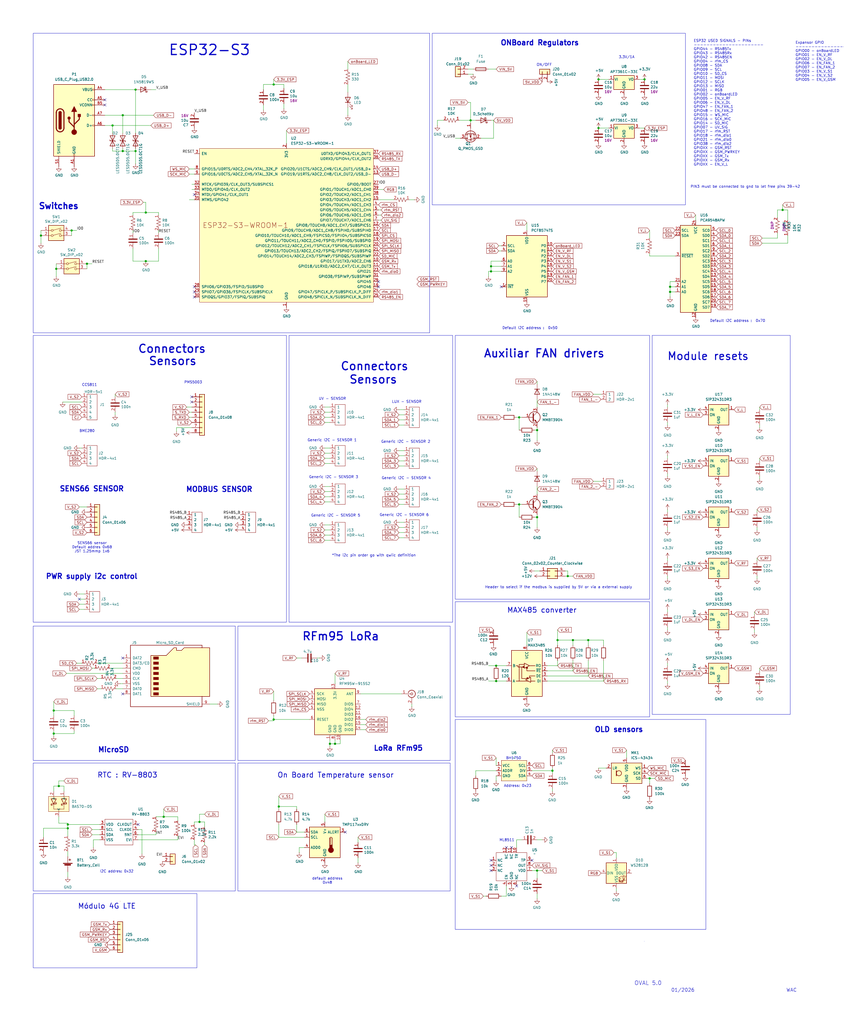
<source format=kicad_sch>
(kicad_sch (version 20250114) (generator "eeschema") (generator_version "9.0")
  (paper "User" 419.1 508)
  (rectangle (start 118.11 310.515) (end 223.52 377.19))
  (rectangle (start 323.85 166.37) (end 392.43 354.33))
  (rectangle (start 214.63 16.51) (end 340.36 101.6))
  (rectangle (start 16.51 310.515) (end 116.84 377.19))
  (rectangle (start 16.51 166.37) (end 142.24 308.61))
  (rectangle (start 16.51 378.46) (end 116.84 441.96))
  (rectangle (start 226.06 298.45) (end 322.58 355.6))
  (rectangle (start 226.06 356.87) (end 350.52 461.01))
  (rectangle (start 143.51 166.37) (end 224.79 308.61))
  (rectangle (start 226.06 166.37) (end 322.58 297.18))
  (rectangle (start 16.51 443.23) (end 97.79 480.06))
  (rectangle (start 16.51 16.51) (end 213.36 165.1))
  (rectangle (start 118.11 378.46) (end 223.52 441.96))
  (text "Address: 0x23" (at 257.048 389.89 0) (effects (font (size 1.27 1.27))))
  (text "Header to select if the modbus is supplied by 5V or via a external supply\n" (at 277.368 291.338 0) (effects (font (size 1.27 1.27))))
  (text "Generic I2C - SENSOR 6" (at 188.468 256.286 0) (effects (font (size 1.27 1.27)) (justify left bottom)))
  (text "ESP32 USED SIGNALS - PINs\n----------------------\nGPIO44 - RS485Tx\nGPIO43 - RS485Rx\nGPIO42 - RS485EN\nGPIO04 - rfm_CS\nGPIO08 - SDA\nGPIO09 - SCL\nGPIO10 - SD_CS\nGPIO11 - MOSI\nGPIO12 - SCLK\nGPIO13 - MISO\nGPIO01 - RGB\nGPIO02 - onBoardLED\nGPIO05 - EN_V_RF\nGPIO06 - EN_V_DL\nGPIO47 - EN_FAN_1\nGPIO48 - EN_FAN_2\nGPIO15 - WS_MIC\nGPIO16 - SCK_MIC\nGPIO14 - SD_MIC\nGPIO07 - UV_SIG\nGPIO17 - rfm_RST\nGPIO18 - rfm_dio1\nGPIO21 - rfm_dio0\nGPIO38 - rfm_dio2\nGPIOXX - GSM_RST\nGPIOXX - GSM_PWRKEY\nGPIOXX - GSM_Tx\nGPIOXX - GSM_Rx\nGPIOXX - EN_V_L\n\n" (at 344.424 52.07 0) (effects (font (size 1.27 1.27)) (justify left)))
  (text "Generic I2C - SENSOR 1" (at 152.654 219.202 0) (effects (font (size 1.27 1.27)) (justify left bottom)))
  (text "On Board Temperature sensor" (at 137.668 386.08 0) (effects (font (size 2.54 2.54) (thickness 0.3175)) (justify left bottom)))
  (text "ESP32-S3" (at 83.566 27.94 0) (effects (font (size 5.08 5.08) (thickness 0.5994) (bold yes)) (justify left bottom)))
  (text "UV - SENSOR" (at 158.242 198.628 0) (effects (font (size 1.27 1.27)) (justify left bottom)))
  (text "MODBUS SENSOR" (at 92.202 244.348 0) (effects (font (size 2.54 2.54) (thickness 0.508) (bold yes)) (justify left bottom)))
  (text "PWR supply i2c control" (at 22.606 287.528 0) (effects (font (size 2.54 2.54) (thickness 0.508) (bold yes)) (justify left bottom)))
  (text "MicroSD" (at 48.514 373.507 0) (effects (font (size 2.54 2.54) (thickness 0.508) (bold yes)) (justify left bottom)))
  (text "Generic I2C - SENSOR 4" (at 189.484 237.998 0) (effects (font (size 1.27 1.27)) (justify left bottom)))
  (text "ON/OFF" (at 270.256 32.258 0) (effects (font (size 1.27 1.27))))
  (text "Generic I2C - SENSOR 5" (at 154.432 256.54 0) (effects (font (size 1.27 1.27)) (justify left bottom)))
  (text "WAC" (at 390.398 492.252 0) (effects (font (size 1.7018 1.7018)) (justify left bottom)))
  (text "Module resets" (at 331.216 179.07 0) (effects (font (size 3.81 3.81) (thickness 0.508) (bold yes)) (justify left bottom)))
  (text "Generic I2C - SENSOR 2\n" (at 189.23 219.964 0) (effects (font (size 1.27 1.27)) (justify left bottom)))
  (text "PMS5003" (at 91.44 190.5 0) (effects (font (size 1.27 1.27)) (justify left bottom)))
  (text "Switches" (at 19.05 104.14 0) (effects (font (size 2.9972 2.9972) (thickness 0.5994) (bold yes)) (justify left bottom)))
  (text "OVAL 5.0" (at 314.96 488.95 0) (effects (font (size 2.0066 2.0066)) (justify left bottom)))
  (text "ONBoard Regulators" (at 248.412 22.86 0) (effects (font (size 2.54 2.54) (thickness 0.508) (bold yes)) (justify left bottom)))
  (text "Expansor GPIO\n-------------------\nGPIO00 - onBoardLED\nGPIO01 - EN_V_RF\nGPIO02 - EN_V_DL\nGPIO06 - EN_FAN_1\nGPIO07 - EN_FAN_2\nGPIO03 - EN_V_S1\nGPIO04 - EN_V_S2\nGPIO05 - EN_V_GSM\n" (at 394.97 30.48 0) (effects (font (size 1.27 1.27)) (justify left)))
  (text "SENS66 SENSOR" (at 29.464 244.094 0) (effects (font (size 2.54 2.54) (thickness 0.508) (bold yes)) (justify left bottom)))
  (text "BH1750" (at 255.016 376.174 0) (effects (font (size 1.27 1.27))))
  (text "OLD sensors\n" (at 295.148 363.474 0) (effects (font (size 2.54 2.54) (thickness 0.508) (bold yes)) (justify left bottom)))
  (text "01/2026" (at 333.248 492.252 0) (effects (font (size 1.7018 1.7018)) (justify left bottom)))
  (text "LoRa RFm95" (at 185.42 372.745 0) (effects (font (size 2.54 2.54) (thickness 0.508) (bold yes)) (justify left bottom)))
  (text "Sensors" (at 73.66 181.61 0) (effects (font (size 4 4) (thickness 0.5994) (bold yes)) (justify left bottom)))
  (text "*The i2c pin order go with qwiic definition" (at 185.674 275.59 0) (effects (font (size 1.27 1.27))))
  (text "LUX - SENSOR" (at 194.564 200.152 0) (effects (font (size 1.27 1.27)) (justify left bottom)))
  (text "Connectors" (at 168.91 184.15 0) (effects (font (size 4 4) (thickness 0.5994) (bold yes)) (justify left bottom)))
  (text "ML8511" (at 251.714 416.814 0) (effects (font (size 1.27 1.27))))
  (text "Default I2C address :  0x50" (at 263.144 162.814 0) (effects (font (size 1.27 1.27))))
  (text "SENS66 sensor\nDefault addres 0x6B\nJST 1.25mmp 1x6" (at 45.72 271.526 0) (effects (font (size 1.27 1.27))))
  (text "Sensors" (at 173.228 190.754 0) (effects (font (size 4 4) (thickness 0.5994) (bold yes)) (justify left bottom)))
  (text "PIN3 must be connected to gnd to let free pins 39-42\n" (at 370.078 92.71 0) (effects (font (size 1.27 1.27))))
  (text "Generic I2C - SENSOR 3\n" (at 153.416 237.49 0) (effects (font (size 1.27 1.27)) (justify left bottom)))
  (text "Connectors" (at 68.326 175.514 0) (effects (font (size 4 4) (thickness 0.5994) (bold yes)) (justify left bottom)))
  (text "BME280" (at 39.37 214.63 0) (effects (font (size 1.27 1.27)) (justify left bottom)))
  (text "Default I2C address :  0x70" (at 366.268 159.258 0) (effects (font (size 1.27 1.27))))
  (text "RTC : RV-8803" (at 48.26 386.08 0) (effects (font (size 2.54 2.54) (thickness 0.3175)) (justify left bottom)))
  (text "CCS811" (at 40.64 191.77 0) (effects (font (size 1.27 1.27)) (justify left bottom)))
  (text "Auxiliar FAN drivers" (at 240.03 177.8 0) (effects (font (size 4 4) (thickness 0.5994) (bold yes)) (justify left bottom)))
  (text "Módulo 4G LTE" (at 38.608 451.104 0) (effects (font (size 2.54 2.54) (thickness 0.3175)) (justify left bottom)))
  (text "3.3V/1A" (at 311.15 28.448 0) (effects (font (size 1.27 1.27))))
  (text "I2C addres: 0x32" (at 49.53 433.07 0) (effects (font (size 1.27 1.27)) (justify left bottom)))
  (text "MAX485 converter" (at 251.714 304.292 0) (effects (font (size 2.54 2.54) (thickness 0.3175)) (justify left bottom)))
  (text "RFm95 LoRa\n" (at 149.86 318.135 0) (effects (font (size 4 4) (thickness 0.5994) (bold yes)) (justify left bottom)))
  (text "default address\n0x48" (at 162.56 436.88 0) (effects (font (size 1.27 1.27))))
  (junction (at 60.96 74.93))
  (junction (at 33.655 410.845))
  (junction (at 166.37 368.935))
  (junction (at 33.655 408.94))
  (junction (at 274.32 382.27))
  (junction (at 292.1 317.5))
  (junction (at 297.18 63.5))
  (junction (at 20.32 116.84))
  (junction (at 284.48 317.5))
  (junction (at 246.38 337.82))
  (junction (at 67.31 44.45))
  (junction (at 135.89 356.87))
  (junction (at 163.83 368.935))
  (junction (at 320.04 39.37))
  (junction (at 26.67 352.425))
  (junction (at 81.28 405.13))
  (junction (at 67.31 74.93))
  (junction (at 257.81 250.19))
  (junction (at 72.39 129.54))
  (junction (at 243.84 132.08))
  (junction (at 257.81 207.01))
  (junction (at 233.68 59.69))
  (junction (at 43.18 130.81))
  (junction (at 266.7 213.36))
  (junction (at 135.89 41.91))
  (junction (at 35.56 114.3))
  (junction (at 243.84 134.62))
  (junction (at 72.39 105.41))
  (junction (at 388.62 104.14))
  (junction (at 246.38 330.2))
  (junction (at 26.67 363.855))
  (junction (at 276.86 317.5))
  (junction (at 29.21 389.89))
  (junction (at 281.94 285.75))
  (junction (at 99.06 407.67))
  (junction (at 266.7 256.54))
  (junction (at 27.94 133.35))
  (junction (at 138.43 400.05))
  (junction (at 332.74 142.24))
  (junction (at 297.18 39.37))
  (junction (at 60.96 57.15))
  (junction (at 332.74 144.78))
  (junction (at 322.58 386.08))
  (junction (at 55.88 62.23))
  (junction (at 266.7 431.8))
  (no_connect (at 39.37 297.18))
  (no_connect (at 251.46 420.37))
  (no_connect (at 52.07 49.53))
  (no_connect (at 187.96 139.7))
  (no_connect (at 95.25 199.39))
  (no_connect (at 60.96 344.17))
  (no_connect (at 96.52 96.52))
  (no_connect (at 96.52 144.78))
  (no_connect (at 68.58 408.94))
  (no_connect (at 256.54 439.42))
  (no_connect (at 243.84 429.26))
  (no_connect (at 96.52 142.24))
  (no_connect (at 52.07 52.07))
  (no_connect (at 95.25 196.85))
  (no_connect (at 187.96 142.24))
  (no_connect (at 254 420.37))
  (no_connect (at 243.84 431.8))
  (no_connect (at 264.16 426.72))
  (no_connect (at 243.84 426.72))
  (no_connect (at 60.96 326.39))
  (no_connect (at 96.52 147.32))
  (no_connect (at 248.92 142.24))
  (no_connect (at 171.45 412.75))
  (wire (pts (xy 138.43 401.32) (xy 138.43 400.05)))
  (wire (pts (xy 205.74 99.06) (xy 203.2 99.06)))
  (wire (pts (xy 77.47 405.13) (xy 81.28 405.13)))
  (wire (pts (xy 299.72 317.5) (xy 292.1 317.5)))
  (wire (pts (xy 189.23 109.22) (xy 187.96 109.22)))
  (wire (pts (xy 257.81 207.01) (xy 259.08 207.01)))
  (wire (pts (xy 172.72 34.29) (xy 172.72 30.48)))
  (wire (pts (xy 302.26 63.5) (xy 297.18 63.5)))
  (wire (pts (xy 242.57 330.2) (xy 246.38 330.2)))
  (wire (pts (xy 163.83 265.43) (xy 161.29 265.43)))
  (wire (pts (xy 135.89 342.9) (xy 135.89 347.345)))
  (wire (pts (xy 198.12 245.11) (xy 200.66 245.11)))
  (wire (pts (xy 233.68 59.69) (xy 233.68 60.96)))
  (wire (pts (xy 281.94 285.75) (xy 284.48 285.75)))
  (wire (pts (xy 386.08 107.95) (xy 386.08 104.14)))
  (wire (pts (xy 266.7 218.44) (xy 266.7 213.36)))
  (wire (pts (xy 281.94 283.21) (xy 281.94 285.75)))
  (wire (pts (xy 99.06 407.67) (xy 101.6 407.67)))
  (wire (pts (xy 257.81 207.01) (xy 257.81 213.36)))
  (wire (pts (xy 87.63 212.09) (xy 95.25 212.09)))
  (wire (pts (xy 189.23 104.14) (xy 187.96 104.14)))
  (wire (pts (xy 266.7 189.23) (xy 266.7 190.5)))
  (wire (pts (xy 292.1 317.5) (xy 292.1 320.04)))
  (wire (pts (xy 60.96 73.66) (xy 60.96 74.93)))
  (wire (pts (xy 78.74 105.41) (xy 72.39 105.41)))
  (wire (pts (xy 39.37 251.46) (xy 43.18 251.46)))
  (wire (pts (xy 33.655 408.94) (xy 49.53 408.94)))
  (wire (pts (xy 332.74 142.24) (xy 335.28 142.24)))
  (wire (pts (xy 33.655 410.845) (xy 33.655 414.655)))
  (wire (pts (xy 68.58 411.48) (xy 70.485 411.48)))
  (wire (pts (xy 245.11 59.69) (xy 243.84 59.69)))
  (wire (pts (xy 299.72 320.04) (xy 299.72 317.5)))
  (wire (pts (xy 266.7 435.61) (xy 266.7 431.8)))
  (wire (pts (xy 138.43 415.29) (xy 151.13 415.29)))
  (wire (pts (xy 331.47 226.06) (xy 331.47 227.33)))
  (wire (pts (xy 391.16 120.65) (xy 378.46 120.65)))
  (wire (pts (xy 377.19 236.22) (xy 377.19 237.49)))
  (wire (pts (xy 163.83 227.33) (xy 161.29 227.33)))
  (wire (pts (xy 172.72 53.34) (xy 172.72 57.15)))
  (wire (pts (xy 331.47 328.93) (xy 331.47 330.2)))
  (wire (pts (xy 161.29 403.86) (xy 161.29 407.67)))
  (wire (pts (xy 256.54 416.56) (xy 256.54 420.37)))
  (wire (pts (xy 332.74 144.78) (xy 335.28 144.78)))
  (wire (pts (xy 198.12 205.74) (xy 200.66 205.74)))
  (wire (pts (xy 269.24 431.8) (xy 266.7 431.8)))
  (wire (pts (xy 163.83 368.935) (xy 166.37 368.935)))
  (wire (pts (xy 46.355 416.56) (xy 49.53 416.56)))
  (wire (pts (xy 55.88 73.66) (xy 55.88 74.93)))
  (wire (pts (xy 96.52 407.67) (xy 99.06 407.67)))
  (wire (pts (xy 92.71 201.93) (xy 95.25 201.93)))
  (wire (pts (xy 78.74 115.57) (xy 78.74 114.3)))
  (wire (pts (xy 179.07 359.41) (xy 181.61 359.41)))
  (wire (pts (xy 101.6 407.67) (xy 101.6 410.21)))
  (wire (pts (xy 45.72 411.48) (xy 49.53 411.48)))
  (wire (pts (xy 87.63 213.995) (xy 87.63 212.09)))
  (wire (pts (xy 248.92 444.5) (xy 251.46 444.5)))
  (wire (pts (xy 101.6 417.83) (xy 101.6 419.1)))
  (wire (pts (xy 33.655 424.815) (xy 33.655 422.275)))
  (wire (pts (xy 45.72 414.02) (xy 49.53 414.02)))
  (wire (pts (xy 271.78 337.82) (xy 299.72 337.82)))
  (wire (pts (xy 311.15 372.11) (xy 311.15 375.92)))
  (wire (pts (xy 331.47 276.86) (xy 331.47 278.13)))
  (wire (pts (xy 163.83 201.93) (xy 161.29 201.93)))
  (wire (pts (xy 26.67 363.855) (xy 36.83 363.855)))
  (wire (pts (xy 386.08 104.14) (xy 388.62 104.14)))
  (wire (pts (xy 161.29 262.89) (xy 163.83 262.89)))
  (wire (pts (xy 140.97 51.435) (xy 140.97 53.975)))
  (wire (pts (xy 266.7 198.12) (xy 266.7 201.93)))
  (wire (pts (xy 280.67 283.21) (xy 281.94 283.21)))
  (wire (pts (xy 163.83 241.3) (xy 161.29 241.3)))
  (wire (pts (xy 236.22 59.69) (xy 233.68 59.69)))
  (wire (pts (xy 331.47 252.73) (xy 331.47 254)))
  (wire (pts (xy 41.91 294.64) (xy 39.37 294.64)))
  (wire (pts (xy 246.38 330.2) (xy 251.46 330.2)))
  (wire (pts (xy 48.26 328.93) (xy 60.96 328.93)))
  (wire (pts (xy 274.32 392.43) (xy 274.32 391.16)))
  (wire (pts (xy 271.78 335.28) (xy 292.1 335.28)))
  (wire (pts (xy 226.06 68.58) (xy 228.6 68.58)))
  (wire (pts (xy 26.67 363.855) (xy 26.67 365.125)))
  (wire (pts (xy 41.91 302.26) (xy 39.37 302.26)))
  (wire (pts (xy 274.32 382.27) (xy 274.32 381)))
  (wire (pts (xy 31.115 199.39) (xy 40.64 199.39)))
  (wire (pts (xy 45.72 331.47) (xy 46.99 331.47)))
  (wire (pts (xy 200.66 210.82) (xy 198.12 210.82)))
  (wire (pts (xy 374.65 312.42) (xy 374.65 313.69)))
  (wire (pts (xy 332.74 139.7) (xy 332.74 142.24)))
  (wire (pts (xy 133.35 357.505) (xy 135.89 357.505)))
  (wire (pts (xy 54.61 331.47) (xy 60.96 331.47)))
  (wire (pts (xy 377.19 227.33) (xy 377.19 228.6)))
  (wire (pts (xy 55.88 62.23) (xy 55.88 66.04)))
  (wire (pts (xy 166.37 334.01) (xy 166.37 339.09)))
  (wire (pts (xy 52.07 44.45) (xy 67.31 44.45)))
  (wire (pts (xy 33.655 434.975) (xy 33.655 432.435)))
  (wire (pts (xy 331.47 234.95) (xy 331.47 236.22)))
  (wire (pts (xy 93.98 204.47) (xy 95.25 204.47)))
  (wire (pts (xy 163.83 229.87) (xy 161.29 229.87)))
  (wire (pts (xy 151.13 420.37) (xy 148.59 420.37)))
  (wire (pts (xy 88.265 416.56) (xy 88.265 414.655)))
  (wire (pts (xy 179.07 356.87) (xy 181.61 356.87)))
  (wire (pts (xy 96.52 408.94) (xy 96.52 407.67)))
  (wire (pts (xy 331.47 285.75) (xy 331.47 287.02)))
  (wire (pts (xy 163.83 246.38) (xy 161.29 246.38)))
  (wire (pts (xy 77.47 44.45) (xy 74.93 44.45)))
  (wire (pts (xy 35.56 114.3) (xy 38.1 114.3)))
  (wire (pts (xy 147.32 326.39) (xy 149.86 326.39)))
  (wire (pts (xy 179.07 344.17) (xy 199.39 344.17)))
  (wire (pts (xy 264.16 382.27) (xy 274.32 382.27)))
  (wire (pts (xy 60.96 74.93) (xy 67.31 74.93)))
  (wire (pts (xy 331.47 200.66) (xy 331.47 201.93)))
  (wire (pts (xy 322.58 127) (xy 335.28 127)))
  (wire (pts (xy 161.29 243.84) (xy 163.83 243.84)))
  (wire (pts (xy 271.78 332.74) (xy 284.48 332.74)))
  (wire (pts (xy 257.81 250.19) (xy 257.81 256.54)))
  (wire (pts (xy 93.98 99.06) (xy 96.52 99.06)))
  (wire (pts (xy 280.67 285.75) (xy 281.94 285.75)))
  (wire (pts (xy 55.88 62.23) (xy 74.93 62.23)))
  (wire (pts (xy 377.19 331.47) (xy 377.19 332.74)))
  (wire (pts (xy 345.44 106.68) (xy 345.44 109.22)))
  (wire (pts (xy 261.62 320.04) (xy 261.62 313.69)))
  (wire (pts (xy 39.37 297.18) (xy 41.91 297.18)))
  (wire (pts (xy 251.46 444.5) (xy 251.46 439.42)))
  (wire (pts (xy 302.26 39.37) (xy 297.18 39.37)))
  (wire (pts (xy 48.26 341.63) (xy 50.165 341.63)))
  (wire (pts (xy 163.83 260.35) (xy 161.29 260.35)))
  (wire (pts (xy 157.48 326.39) (xy 158.75 326.39)))
  (wire (pts (xy 377.19 210.82) (xy 377.19 212.09)))
  (wire (pts (xy 72.39 100.33) (xy 72.39 105.41)))
  (wire (pts (xy 66.04 129.54) (xy 72.39 129.54)))
  (wire (pts (xy 70.485 411.48) (xy 70.485 423.545)))
  (wire (pts (xy 163.83 209.55) (xy 161.29 209.55)))
  (wire (pts (xy 78.74 106.68) (xy 78.74 105.41)))
  (wire (pts (xy 31.75 387.35) (xy 29.21 387.35)))
  (wire (pts (xy 26.67 389.89) (xy 26.67 392.43)))
  (wire (pts (xy 256.54 207.01) (xy 257.81 207.01)))
  (wire (pts (xy 95.25 93.98) (xy 96.52 93.98)))
  (wire (pts (xy 232.41 50.8) (xy 233.68 50.8)))
  (wire (pts (xy 331.47 311.15) (xy 331.47 312.42)))
  (wire (pts (xy 284.48 332.74) (xy 284.48 327.66)))
  (wire (pts (xy 135.89 356.87) (xy 135.89 354.965)))
  (wire (pts (xy 177.8 425.45) (xy 177.8 427.99)))
  (wire (pts (xy 240.03 444.5) (xy 241.3 444.5)))
  (wire (pts (xy 198.12 226.06) (xy 200.66 226.06)))
  (wire (pts (xy 163.83 207.01) (xy 161.29 207.01)))
  (wire (pts (xy 93.98 207.01) (xy 95.25 207.01)))
  (wire (pts (xy 299.72 337.82) (xy 299.72 327.66)))
  (wire (pts (xy 52.07 62.23) (xy 55.88 62.23)))
  (wire (pts (xy 242.57 134.62) (xy 243.84 134.62)))
  (wire (pts (xy 217.17 62.23) (xy 217.17 59.69)))
  (wire (pts (xy 29.21 389.89) (xy 31.75 389.89)))
  (wire (pts (xy 135.89 41.91) (xy 140.97 41.91)))
  (wire (pts (xy 77.47 414.02) (xy 68.58 414.02)))
  (wire (pts (xy 57.15 204.47) (xy 57.15 205.74)))
  (wire (pts (xy 26.67 352.425) (xy 26.67 354.965)))
  (wire (pts (xy 163.83 222.25) (xy 161.29 222.25)))
  (wire (pts (xy 374.65 303.53) (xy 374.65 304.8)))
  (wire (pts (xy 233.68 50.8) (xy 233.68 59.69)))
  (wire (pts (xy 168.91 367.03) (xy 168.91 368.935)))
  (wire (pts (xy 388.62 101.6) (xy 388.62 104.14)))
  (wire (pts (xy 60.96 336.55) (xy 57.785 336.55)))
  (wire (pts (xy 135.89 356.87) (xy 135.89 357.505)))
  (wire (pts (xy 294.64 195.58) (xy 298.45 195.58)))
  (wire (pts (xy 261.62 110.49) (xy 261.62 114.3)))
  (wire (pts (xy 375.92 285.75) (xy 375.92 287.02)))
  (wire (pts (xy 161.29 224.79) (xy 163.83 224.79)))
  (wire (pts (xy 36.83 354.965) (xy 36.83 352.425)))
  (wire (pts (xy 66.04 115.57) (xy 66.04 114.3)))
  (polyline (pts (xy 319.913 466.852) (xy 319.913 466.852)))
  (wire (pts (xy 177.8 415.29) (xy 177.8 417.83)))
  (wire (pts (xy 163.83 368.935) (xy 163.83 370.205)))
  (wire (pts (xy 163.83 367.03) (xy 163.83 368.935)))
  (wire (pts (xy 147.32 412.75) (xy 151.13 412.75)))
  (wire (pts (xy 46.355 420.37) (xy 46.355 416.56)))
  (wire (pts (xy 248.92 129.54) (xy 243.84 129.54)))
  (wire (pts (xy 391.16 116.84) (xy 391.16 120.65)))
  (wire (pts (xy 243.84 132.08) (xy 243.84 134.62)))
  (wire (pts (xy 297.18 381) (xy 300.99 381)))
  (wire (pts (xy 99.06 403.86) (xy 99.06 407.67)))
  (wire (pts (xy 200.66 208.28) (xy 198.12 208.28)))
  (wire (pts (xy 130.81 44.45) (xy 130.81 41.91)))
  (wire (pts (xy 59.69 339.09) (xy 60.96 339.09)))
  (wire (pts (xy 26.67 389.89) (xy 29.21 389.89)))
  (wire (pts (xy 246.38 337.82) (xy 251.46 337.82)))
  (wire (pts (xy 292.1 335.28) (xy 292.1 327.66)))
  (wire (pts (xy 21.59 410.845) (xy 21.59 415.29)))
  (wire (pts (xy 20.32 116.84) (xy 20.32 120.65)))
  (wire (pts (xy 97.155 419.1) (xy 96.52 419.1)))
  (wire (pts (xy 166.37 368.935) (xy 168.91 368.935)))
  (wire (pts (xy 40.64 222.25) (xy 39.37 222.25)))
  (wire (pts (xy 81.28 401.32) (xy 81.28 405.13)))
  (wire (pts (xy 88.265 405.13) (xy 81.28 405.13)))
  (wire (pts (xy 33.655 410.845) (xy 21.59 410.845)))
  (wire (pts (xy 200.66 250.19) (xy 198.12 250.19)))
  (wire (pts (xy 200.66 223.52) (xy 198.12 223.52)))
  (wire (pts (xy 172.72 45.72) (xy 172.72 41.91)))
  (wire (pts (xy 43.18 130.81) (xy 43.18 133.35)))
  (wire (pts (xy 26.67 352.425) (xy 36.83 352.425)))
  (wire (pts (xy 200.66 266.7) (xy 198.12 266.7)))
  (wire (pts (xy 31.75 392.43) (xy 31.75 389.89)))
  (wire (pts (xy 256.54 250.19) (xy 257.81 250.19)))
  (wire (pts (xy 33.655 408.94) (xy 33.655 410.845)))
  (wire (pts (xy 306.07 441.96) (xy 306.07 440.69)))
  (wire (pts (xy 96.52 419.1) (xy 96.52 416.56)))
  (wire (pts (xy 276.86 317.5) (xy 276.86 320.04)))
  (wire (pts (xy 377.19 201.93) (xy 377.19 203.2)))
  (wire (pts (xy 232.41 34.29) (xy 234.95 34.29)))
  (wire (pts (xy 36.83 362.585) (xy 36.83 363.855)))
  (wire (pts (xy 322.58 114.3) (xy 322.58 118.11)))
  (wire (pts (xy 20.32 114.3) (xy 20.32 116.84)))
  (wire (pts (xy 101.6 403.86) (xy 99.06 403.86)))
  (wire (pts (xy 190.5 93.98) (xy 187.96 93.98)))
  (wire (pts (xy 233.68 59.69) (xy 227.965 59.69)))
  (wire (pts (xy 246.38 382.27) (xy 236.22 382.27)))
  (wire (pts (xy 304.8 422.91) (xy 306.07 422.91)))
  (wire (pts (xy 331.47 302.26) (xy 331.47 303.53)))
  (wire (pts (xy 217.17 59.69) (xy 220.345 59.69)))
  (wire (pts (xy 166.37 367.03) (xy 166.37 368.935)))
  (wire (pts (xy 130.81 52.07) (xy 130.81 54.61)))
  (wire (pts (xy 266.7 256.54) (xy 266.7 255.27)))
  (wire (pts (xy 243.84 134.62) (xy 248.92 134.62)))
  (wire (pts (xy 200.66 242.57) (xy 198.12 242.57)))
  (wire (pts (xy 266.7 431.8) (xy 264.16 431.8)))
  (wire (pts (xy 200.66 228.6) (xy 198.12 228.6)))
  (wire (pts (xy 245.11 68.58) (xy 245.11 59.69)))
  (wire (pts (xy 138.43 408.94) (xy 138.43 415.29)))
  (wire (pts (xy 246.38 375.92) (xy 246.38 379.73)))
  (wire (pts (xy 242.57 34.29) (xy 246.38 34.29)))
  (wire (pts (xy 57.15 195.58) (xy 57.15 196.85)))
  (wire (pts (xy 200.66 247.65) (xy 198.12 247.65)))
  (wire (pts (xy 200.66 259.08) (xy 198.12 259.08)))
  (wire (pts (xy 107.95 349.25) (xy 104.14 349.25)))
  (wire (pts (xy 26.67 362.585) (xy 26.67 363.855)))
  (wire (pts (xy 93.98 83.82) (xy 96.52 83.82)))
  (wire (pts (xy 204.47 349.25) (xy 204.47 350.52)))
  (wire (pts (xy 294.64 238.76) (xy 298.45 238.76)))
  (wire (pts (xy 238.76 68.58) (xy 245.11 68.58)))
  (wire (pts (xy 236.22 382.27) (xy 236.22 384.81)))
  (wire (pts (xy 48.26 336.55) (xy 50.165 336.55)))
  (wire (pts (xy 265.43 213.36) (xy 266.7 213.36)))
  (wire (pts (xy 93.98 86.36) (xy 96.52 86.36)))
  (wire (pts (xy 27.94 137.16) (xy 27.94 133.35)))
  (wire (pts (xy 246.38 387.35) (xy 246.38 384.81)))
  (wire (pts (xy 331.47 261.62) (xy 331.47 262.89)))
  (wire (pts (xy 200.66 264.16) (xy 198.12 264.16)))
  (wire (pts (xy 335.28 139.7) (xy 332.74 139.7)))
  (wire (pts (xy 243.84 132.08) (xy 248.92 132.08)))
  (wire (pts (xy 72.39 129.54) (xy 78.74 129.54)))
  (wire (pts (xy 67.31 74.93) (xy 67.31 81.28)))
  (wire (pts (xy 67.31 44.45) (xy 67.31 66.04)))
  (wire (pts (xy 135.89 41.91) (xy 135.89 39.37)))
  (wire (pts (xy 33.02 334.01) (xy 60.96 334.01)))
  (wire (pts (xy 71.12 100.33) (xy 72.39 100.33)))
  (wire (pts (xy 72.39 105.41) (xy 66.04 105.41)))
  (wire (pts (xy 269.24 416.56) (xy 266.7 416.56)))
  (wire (pts (xy 66.04 123.19) (xy 66.04 129.54)))
  (wire (pts (xy 266.7 213.36) (xy 266.7 212.09)))
  (wire (pts (xy 95.25 91.44) (xy 96.52 91.44)))
  (wire (pts (xy 29.21 405.13) (xy 29.21 408.305)))
  (wire (pts (xy 306.07 422.91) (xy 306.07 425.45)))
  (wire (pts (xy 259.08 416.56) (xy 256.54 416.56)))
  (wire (pts (xy 266.7 261.62) (xy 266.7 256.54)))
  (wire (pts (xy 391.16 104.14) (xy 388.62 104.14)))
  (wire (pts (xy 276.86 317.5) (xy 284.48 317.5)))
  (wire (pts (xy 26.67 347.98) (xy 26.67 352.425)))
  (wire (pts (xy 35.56 114.3) (xy 35.56 116.84)))
  (wire (pts (xy 163.83 248.92) (xy 161.29 248.92)))
  (wire (pts (xy 266.7 241.3) (xy 266.7 245.11)))
  (polyline (pts (xy -9.525 328.295) (xy -9.525 328.295)))
  (wire (pts (xy 38.1 328.93) (xy 40.64 328.93)))
  (wire (pts (xy 377.19 340.36) (xy 377.19 341.63)))
  (wire (pts (xy 242.57 337.82) (xy 246.38 337.82)))
  (wire (pts (xy 68.58 416.56) (xy 88.265 416.56)))
  (wire (pts (xy 391.16 104.14) (xy 391.16 109.22)))
  (wire (pts (xy 200.66 231.14) (xy 198.12 231.14)))
  (wire (pts (xy 247.65 124.46) (xy 248.92 124.46)))
  (wire (pts (xy 43.18 130.81) (xy 45.72 130.81)))
  (wire (pts (xy 317.5 39.37) (xy 320.04 39.37)))
  (wire (pts (xy 189.23 106.68) (xy 187.96 106.68)))
  (wire (pts (xy 147.32 400.05) (xy 147.32 401.32)))
  (wire (pts (xy 332.74 142.24) (xy 332.74 144.78)))
  (wire (pts (xy 60.96 57.15) (xy 76.2 57.15)))
  (wire (pts (xy 55.88 74.93) (xy 60.96 74.93)))
  (wire (pts (xy 284.48 317.5) (xy 292.1 317.5)))
  (wire (pts (xy 33.655 408.94) (xy 33.655 408.305)))
  (wire (pts (xy 179.07 361.95) (xy 181.61 361.95)))
  (wire (pts (xy 276.86 312.42) (xy 276.86 317.5)))
  (wire (pts (xy 284.48 317.5) (xy 284.48 320.04)))
  (wire (pts (xy 88.265 407.035) (xy 88.265 405.13)))
  (wire (pts (xy 322.58 388.62) (xy 322.58 386.08)))
  (wire (pts (xy 332.74 144.78) (xy 332.74 147.32)))
  (wire (pts (xy 325.12 386.08) (xy 322.58 386.08)))
  (wire (pts (xy 276.86 327.66) (xy 276.86 330.2)))
  (wire (pts (xy 200.66 203.2) (xy 198.12 203.2)))
  (wire (pts (xy 41.91 299.72) (xy 39.37 299.72)))
  (wire (pts (xy 386.08 115.57) (xy 386.08 118.11)))
  (wire (pts (xy 322.58 386.08) (xy 321.31 386.08)))
  (wire (pts (xy 67.31 73.66) (xy 67.31 74.93)))
  (wire (pts (xy 331.47 209.55) (xy 331.47 210.82)))
  (wire (pts (xy 375.92 252.73) (xy 375.92 254)))
  (wire (pts (xy 78.74 129.54) (xy 78.74 123.19)))
  (wire (pts (xy 161.29 204.47) (xy 163.83 204.47)))
  (wire (pts (xy 265.43 256.54) (xy 266.7 256.54)))
  (wire (pts (xy 266.7 445.77) (xy 266.7 443.23)))
  (wire (pts (xy 135.89 356.87) (xy 153.67 356.87)))
  (wire (pts (xy 77.47 412.75) (xy 77.47 414.02)))
  (wire (pts (xy 142.24 64.77) (xy 142.24 71.12)))
  (wire (pts (xy 265.43 283.21) (xy 267.97 283.21)))
  (wire (pts (xy 375.92 276.86) (xy 375.92 278.13)))
  (wire (pts (xy 247.65 121.92) (xy 248.92 121.92)))
  (wire (pts (xy 257.81 250.19) (xy 259.08 250.19)))
  (wire (pts (xy 198.12 261.62) (xy 200.66 261.62)))
  (wire (pts (xy 243.84 129.54) (xy 243.84 132.08)))
  (wire (pts (xy 138.43 400.05) (xy 147.32 400.05)))
  (wire (pts (xy 386.08 118.11) (xy 378.46 118.11)))
  (wire (pts (xy 147.32 408.94) (xy 147.32 412.75)))
  (wire (pts (xy 29.21 408.305) (xy 33.655 408.305)))
  (wire (pts (xy 317.5 63.5) (xy 320.04 63.5)))
  (wire (pts (xy 29.21 387.35) (xy 29.21 389.89)))
  (wire (pts (xy 66.04 106.68) (xy 66.04 105.41)))
  (wire (pts (xy 331.47 337.82) (xy 331.47 339.09)))
  (wire (pts (xy 60.96 57.15) (xy 60.96 66.04)))
  (wire (pts (xy 52.07 57.15) (xy 60.96 57.15)))
  (wire (pts (xy 130.81 41.91) (xy 135.89 41.91)))
  (wire (pts (xy 27.94 130.81) (xy 27.94 133.35)))
  (wire (pts (xy 242.57 137.16) (xy 242.57 134.62)))
  (wire (pts (xy 140.97 41.91) (xy 140.97 43.815)))
  (wire (pts (xy 274.32 372.11) (xy 274.32 373.38)))
  (wire (pts (xy 266.7 232.41) (xy 266.7 233.68)))
  (wire (pts (xy 148.59 420.37) (xy 148.59 422.91)))
  (wire (pts (xy 195.58 99.06) (xy 187.96 99.06)))
  (wire (pts (xy 375.92 261.62) (xy 375.92 262.89)))
  (wire (pts (xy 271.78 330.2) (xy 276.86 330.2)))
  (wire (pts (xy 163.83 267.97) (xy 161.29 267.97)))
  (wire (pts (xy 322.58 125.73) (xy 322.58 127)))
  (wire (pts (xy 274.32 382.27) (xy 274.32 383.54)))
  (wire (pts (xy 232.41 36.83) (xy 234.95 36.83)))
  (wire (pts (xy 138.43 394.97) (xy 138.43 400.05)))
  (wire (pts (xy 57.785 341.63) (xy 60.96 341.63)))
  (label "INT" (at 77.47 414.02 0))
  (label "V_USB" (at 226.06 68.58 180))
  (label "RS485_B" (at 92.71 255.27 180))
  (label "IO0" (at 66.04 115.57 0))
  (label "RS485_A" (at 92.71 257.81 180))
  (label "RS485_A" (at 119.38 257.81 180))
  (label "RS485_B" (at 119.38 255.27 180))
  (label "RS485_B" (at 242.57 330.2 180))
  (label "RESET" (at 96.52 76.2 180))
  (label "V_USB" (at 77.47 44.45 0))
  (label "EVI" (at 80.645 424.815 180))
  (label "IO0" (at 187.96 91.44 0))
  (label "EVI" (at 88.265 416.56 0))
  (label "RESET" (at 78.74 115.57 0))
  (label "IO0" (at 38.1 114.3 0))
  (label "RESET" (at 45.72 130.81 0))
  (label "RS485_A" (at 242.57 337.82 180))
  (label "V_USB" (at 96.52 55.88 0))
  (global_label "USB_D-" (shape input) (at 187.96 86.36 0) (property "Intersheetrefs" "${INTERSHEET_REFS}" (effects (hide yes))))
  (global_label "SCL" (shape input) (at 138.43 415.29 180) (property "Intersheetrefs" "${INTERSHEET_REFS}" (effects (hide yes))))
  (global_label "SDA" (shape input) (at 378.46 120.65 180) (property "Intersheetrefs" "${INTERSHEET_REFS}" (effects (hide yes))))
  (global_label "V_S1" (shape input) (at 269.24 431.8 0) (property "Intersheetrefs" "${INTERSHEET_REFS}" (effects (hide yes))))
  (global_label "SDA_3" (shape input) (at 355.6 132.08 0) (property "Intersheetrefs" "${INTERSHEET_REFS}" (effects (hide yes))))
  (global_label "V_S2" (shape input) (at 40.64 224.79 180) (property "Intersheetrefs" "${INTERSHEET_REFS}" (effects (hide yes))))
  (global_label "V_S2" (shape input) (at 198.12 245.11 180) (property "Intersheetrefs" "${INTERSHEET_REFS}" (effects (hide yes))))
  (global_label "SD_MIC" (shape input) (at 187.96 127 0) (property "Intersheetrefs" "${INTERSHEET_REFS}" (effects (hide yes))))
  (global_label "V_S2" (shape input) (at 39.37 251.46 180) (property "Intersheetrefs" "${INTERSHEET_REFS}" (effects (hide yes))))
  (global_label "S_RXD" (shape input) (at 93.98 207.01 180) (property "Intersheetrefs" "${INTERSHEET_REFS}" (effects (hide yes))))
  (global_label "EN_FAN_2" (shape input) (at 248.92 250.19 180) (property "Intersheetrefs" "${INTERSHEET_REFS}" (effects (hide yes))))
  (global_label "V_DL" (shape input) (at 81.28 401.32 0) (property "Intersheetrefs" "${INTERSHEET_REFS}" (effects (hide yes))))
  (global_label "SCL" (shape input) (at 40.64 229.87 180) (property "Intersheetrefs" "${INTERSHEET_REFS}" (effects (hide yes))))
  (global_label "UV_SIG" (shape input) (at 264.16 429.26 0) (property "Intersheetrefs" "${INTERSHEET_REFS}" (effects (hide yes))))
  (global_label "SCK_MIC" (shape input) (at 321.31 383.54 0) (property "Intersheetrefs" "${INTERSHEET_REFS}" (effects (hide yes))))
  (global_label "EN_FAN_1" (shape input) (at 274.32 137.16 0) (property "Intersheetrefs" "${INTERSHEET_REFS}" (effects (hide yes))))
  (global_label "SCL" (shape input) (at 39.37 302.26 180) (property "Intersheetrefs" "${INTERSHEET_REFS}" (effects (hide yes))))
  (global_label "SDA" (shape input) (at 335.28 116.84 180) (property "Intersheetrefs" "${INTERSHEET_REFS}" (effects (hide yes))))
  (global_label "V_S1" (shape input) (at 311.15 372.11 180) (property "Intersheetrefs" "${INTERSHEET_REFS}" (effects (hide yes))))
  (global_label "V_RF" (shape input) (at 135.89 342.9 180) (property "Intersheetrefs" "${INTERSHEET_REFS}" (effects (hide yes))))
  (global_label "SCL_4" (shape input) (at 161.29 248.92 180) (property "Intersheetrefs" "${INTERSHEET_REFS}" (effects (hide yes))))
  (global_label "SCL_2" (shape input) (at 161.29 229.87 180) (property "Intersheetrefs" "${INTERSHEET_REFS}" (effects (hide yes))))
  (global_label "SPI_SCLK" (shape input) (at 48.26 336.55 180) (property "Intersheetrefs" "${INTERSHEET_REFS}" (effects (hide yes))))
  (global_label "EN_V_RF" (shape input) (at 274.32 124.46 0) (property "Intersheetrefs" "${INTERSHEET_REFS}" (effects (hide yes))))
  (global_label "SDA_6" (shape input) (at 355.6 147.32 0) (property "Intersheetrefs" "${INTERSHEET_REFS}" (effects (hide yes))))
  (global_label "onBoard_LED" (shape input) (at 274.32 121.92 0) (property "Intersheetrefs" "${INTERSHEET_REFS}" (effects (hide yes))))
  (global_label "SCL" (shape input) (at 45.72 411.48 180) (property "Intersheetrefs" "${INTERSHEET_REFS}" (effects (hide yes))))
  (global_label "5V_VDD" (shape input) (at 269.24 40.64 180) (property "Intersheetrefs" "${INTERSHEET_REFS}" (effects (hide yes))))
  (global_label "USB_D-" (shape input) (at 76.2 57.15 0) (property "Intersheetrefs" "${INTERSHEET_REFS}" (effects (hide yes))))
  (global_label "FAN_2_-" (shape input) (at 266.7 242.57 0) (property "Intersheetrefs" "${INTERSHEET_REFS}" (effects (hide yes))))
  (global_label "SPI_SCLK" (shape input) (at 187.96 121.92 0) (property "Intersheetrefs" "${INTERSHEET_REFS}" (effects (hide yes))))
  (global_label "SCL" (shape input) (at 247.65 121.92 180) (property "Intersheetrefs" "${INTERSHEET_REFS}" (effects (hide yes))))
  (global_label "3.3V_ESP" (shape input) (at 320.04 63.5 0) (property "Intersheetrefs" "${INTERSHEET_REFS}" (effects (hide yes))))
  (global_label "S_TXD" (shape input) (at 93.98 204.47 180) (property "Intersheetrefs" "${INTERSHEET_REFS}" (effects (hide yes))))
  (global_label "SDA_3" (shape input) (at 198.12 228.6 180) (property "Intersheetrefs" "${INTERSHEET_REFS}" (effects (hide yes))))
  (global_label "V_S2" (shape input) (at 375.92 252.73 0) (property "Intersheetrefs" "${INTERSHEET_REFS}" (effects (hide yes))))
  (global_label "FAN_1_-" (shape input) (at 298.45 198.12 180) (property "Intersheetrefs" "${INTERSHEET_REFS}" (effects (hide yes))))
  (global_label "SDA" (shape input) (at 247.65 124.46 180) (property "Intersheetrefs" "${INTERSHEET_REFS}" (effects (hide yes))))
  (global_label "VIN_5V" (shape input) (at 232.41 50.8 180) (property "Intersheetrefs" "${INTERSHEET_REFS}" (effects (hide yes))))
  (global_label "RGB" (shape input) (at 298.45 433.07 180) (property "Intersheetrefs" "${INTERSHEET_REFS}" (effects (hide yes))))
  (global_label "FAN_VDD" (shape input) (at 266.7 189.23 180) (property "Intersheetrefs" "${INTERSHEET_REFS}" (effects (hide yes))))
  (global_label "3.3V_ESP" (shape input) (at 142.24 64.77 0) (property "Intersheetrefs" "${INTERSHEET_REFS}" (effects (hide yes))))
  (global_label "V_DL" (shape input) (at 101.6 403.86 0) (property "Intersheetrefs" "${INTERSHEET_REFS}" (effects (hide yes))))
  (global_label "V_L_EN" (shape input) (at 349.25 205.74 180) (property "Intersheetrefs" "${INTERSHEET_REFS}" (effects (hide yes))))
  (global_label "V_L" (shape input) (at 388.62 101.6 0) (property "Intersheetrefs" "${INTERSHEET_REFS}" (effects (hide yes))))
  (global_label "V_L" (shape input) (at 364.49 203.2 0) (property "Intersheetrefs" "${INTERSHEET_REFS}" (effects (hide yes))))
  (global_label "RGB" (shape input) (at 190.5 93.98 0) (property "Intersheetrefs" "${INTERSHEET_REFS}" (effects (hide yes))))
  (global_label "SDA_0" (shape input) (at 161.29 207.01 180) (property "Intersheetrefs" "${INTERSHEET_REFS}" (effects (hide yes))))
  (global_label "rfm_RST" (shape input) (at 133.35 357.505 180) (property "Intersheetrefs" "${INTERSHEET_REFS}" (effects (hide yes))))
  (global_label "EN_V_S1" (shape input) (at 274.32 129.54 0) (property "Intersheetrefs" "${INTERSHEET_REFS}" (effects (hide yes))))
  (global_label "SCK_MIC" (shape input) (at 93.98 86.36 180) (property "Intersheetrefs" "${INTERSHEET_REFS}" (effects (hide yes))))
  (global_label "SPI_MOSI" (shape input) (at 187.96 119.38 0) (property "Intersheetrefs" "${INTERSHEET_REFS}" (effects (hide yes))))
  (global_label "SDA_1" (shape input) (at 198.12 208.28 180) (property "Intersheetrefs" "${INTERSHEET_REFS}" (effects (hide yes))))
  (global_label "onBoard_LED" (shape input) (at 172.72 30.48 0) (property "Intersheetrefs" "${INTERSHEET_REFS}" (effects (hide yes))))
  (global_label "VIN_5V" (shape input) (at 246.38 34.29 0) (property "Intersheetrefs" "${INTERSHEET_REFS}" (effects (hide yes))))
  (global_label "WS_MIC" (shape input) (at 321.31 381 0) (property "Intersheetrefs" "${INTERSHEET_REFS}" (effects (hide yes))))
  (global_label "V_S1" (shape input) (at 246.38 375.92 180) (property "Intersheetrefs" "${INTERSHEET_REFS}" (effects (hide yes))))
  (global_label "3.3V_ESP" (shape input) (at 135.89 39.37 0) (property "Intersheetrefs" "${INTERSHEET_REFS}" (effects (hide yes))))
  (global_label "SCL" (shape input) (at 187.96 114.3 0) (property "Intersheetrefs" "${INTERSHEET_REFS}" (effects (hide yes))))
  (global_label "USB_D+" (shape input) (at 187.96 83.82 0) (property "Intersheetrefs" "${INTERSHEET_REFS}" (effects (hide yes))))
  (global_label "V_S1" (shape input) (at 364.49 228.6 0) (property "Intersheetrefs" "${INTERSHEET_REFS}" (effects (hide yes))))
  (global_label "rfm_dio0" (shape input) (at 181.61 361.95 0) (property "Intersheetrefs" "${INTERSHEET_REFS}" (effects (hide yes))))
  (global_label "SCL" (shape input) (at 378.46 118.11 180) (property "Intersheetrefs" "${INTERSHEET_REFS}" (effects (hide yes))))
  (global_label "SDA_1" (shape input) (at 355.6 121.92 0) (property "Intersheetrefs" "${INTERSHEET_REFS}" (effects (hide yes))))
  (global_label "V_L" (shape input) (at 322.58 114.3 180) (property "Intersheetrefs" "${INTERSHEET_REFS}" (effects (hide yes))))
  (global_label "V_DL" (shape input) (at 364.49 304.8 0) (property "Intersheetrefs" "${INTERSHEET_REFS}" (effects (hide yes))))
  (global_label "SDA" (shape input) (at 101.6 419.1 270) (property "Intersheetrefs" "${INTERSHEET_REFS}" (effects (hide yes))))
  (global_label "V_DL_EN" (shape input) (at 349.25 307.34 180) (property "Intersheetrefs" "${INTERSHEET_REFS}" (effects (hide yes))))
  (global_label "V_S1" (shape input) (at 304.8 422.91 180) (property "Intersheetrefs" "${INTERSHEET_REFS}" (effects (hide yes))))
  (global_label "SCL_3" (shape input) (at 198.12 231.14 180) (property "Intersheetrefs" "${INTERSHEET_REFS}" (effects (hide yes))))
  (global_label "SCL_6" (shape input) (at 161.29 267.97 180) (property "Intersheetrefs" "${INTERSHEET_REFS}" (effects (hide yes))))
  (global_label "SD_CS" (shape input) (at 38.1 328.93 180) (property "Intersheetrefs" "${INTERSHEET_REFS}" (effects (hide yes))))
  (global_label "RS485_TX" (shape input) (at 187.96 78.74 0) (property "Intersheetrefs" "${INTERSHEET_REFS}" (effects (hide yes))))
  (global_label "GSM_PWRKEY" (shape input) (at 54.61 463.55 180) (property "Intersheetrefs" "${INTERSHEET_REFS}" (effects (hide yes))))
  (global_label "SCL_4" (shape input) (at 355.6 134.62 0) (property "Intersheetrefs" "${INTERSHEET_REFS}" (effects (hide yes))))
  (global_label "SCL_1" (shape input) (at 198.12 210.82 180) (property "Intersheetrefs" "${INTERSHEET_REFS}" (effects (hide yes))))
  (global_label "SPI_MISO" (shape input) (at 153.67 349.25 180) (property "Intersheetrefs" "${INTERSHEET_REFS}" (effects (hide yes))))
  (global_label "SDA_7" (shape input) (at 355.6 152.4 0) (property "Intersheetrefs" "${INTERSHEET_REFS}" (effects (hide yes))))
  (global_label "V_S2" (shape input) (at 198.12 205.74 180) (property "Intersheetrefs" "${INTERSHEET_REFS}" (effects (hide yes))))
  (global_label "V_S2" (shape input) (at 57.15 195.58 0) (property "Intersheetrefs" "${INTERSHEET_REFS}" (effects (hide yes))))
  (global_label "SDA_5" (shape input) (at 355.6 142.24 0) (property "Intersheetrefs" "${INTERSHEET_REFS}" (effects (hide yes))))
  (global_label "SDA_4" (shape input) (at 161.29 246.38 180) (property "Intersheetrefs" "${INTERSHEET_REFS}" (effects (hide yes))))
  (global_label "SCL_6" (shape input) (at 355.6 144.78 0) (property "Intersheetrefs" "${INTERSHEET_REFS}" (effects (hide yes))))
  (global_label "FAN_VDD" (shape input) (at 294.64 238.76 180) (property "Intersheetrefs" "${INTERSHEET_REFS}" (effects (hide yes))))
  (global_label "SDA_0" (shape input) (at 355.6 116.84 0) (property "Intersheetrefs" "${INTERSHEET_REFS}" (effects (hide yes))))
  (global_label "SCL" (shape input) (at 40.64 201.93 180) (property "Intersheetrefs" "${INTERSHEET_REFS}" (effects (hide yes))))
  (global_label "SPI_CS" (shape input) (at 187.96 116.84 0) (property "Intersheetrefs" "${INTERSHEET_REFS}" (effects (hide yes))))
  (global_label "GSM_Tx" (shape input) (at 54.61 458.47 180) (property "Intersheetrefs" "${INTERSHEET_REFS}" (effects (hide yes))))
  (global_label "V_L" (shape input) (at 377.19 201.93 0) (property "Intersheetrefs" "${INTERSHEET_REFS}" (effects (hide yes))))
  (global_label "GSM_PWRKEY" (shape input) (at 207.01 140.97 0) (property "Intersheetrefs" "${INTERSHEET_REFS}" (effects (hide yes))))
  (global_label "V_S1" (shape input) (at 377.19 227.33 0) (property "Intersheetrefs" "${INTERSHEET_REFS}" (effects (hide yes))))
  (global_label "V_GSM_EN" (shape input) (at 349.25 334.01 180) (property "Intersheetrefs" "${INTERSHEET_REFS}" (effects (hide yes))))
  (global_label "V_S2_EN" (shape input) (at 349.25 256.54 180) (property "Intersheetrefs" "${INTERSHEET_REFS}" (effects (hide yes))))
  (global_label "RS485_EN" (shape input) (at 292.1 335.28 0) (property "Intersheetrefs" "${INTERSHEET_REFS}" (effects (hide yes))))
  (global_label "SCL" (shape input) (at 97.155 419.1 270) (property "Intersheetrefs" "${INTERSHEET_REFS}" (effects (hide yes))))
  (global_label "V_S1" (shape input) (at 274.32 372.11 0) (property "Intersheetrefs" "${INTERSHEET_REFS}" (effects (hide yes))))
  (global_label "rfm_dio1" (shape input) (at 181.61 359.41 0) (property "Intersheetrefs" "${INTERSHEET_REFS}" (effects (hide yes))))
  (global_label "EN_V_S2" (shape input) (at 274.32 132.08 0) (property "Intersheetrefs" "${INTERSHEET_REFS}" (effects (hide yes))))
  (global_label "V_S2" (shape input) (at 364.49 254 0) (property "Intersheetrefs" "${INTERSHEET_REFS}" (effects (hide yes))))
  (global_label "USB_D+" (shape input) (at 74.93 62.23 0) (property "Intersheetrefs" "${INTERSHEET_REFS}" (effects (hide yes))))
  (global_label "rfm_CS" (shape input) (at 187.96 101.6 0) (property "Intersheetrefs" "${INTERSHEET_REFS}" (effects (hide yes))))
  (global_label "GSM_RST" (shape input) (at 207.01 138.43 0) (property "Intersheetrefs" "${INTERSHEET_REFS}" (effects (hide yes))))
  (global_label "SCL_2" (shape input) (at 355.6 124.46 0) (property "Intersheetrefs" "${INTERSHEET_REFS}" (effects (hide yes))))
  (global_label "EN_FAN_1" (shape input) (at 248.92 207.01 180) (property "Intersheetrefs" "${INTERSHEET_REFS}" (effects (hide yes))))
  (global_label "V_S2" (shape input) (at 161.29 262.89 180) (property "Intersheetrefs" "${INTERSHEET_REFS}" (effects (hide yes))))
  (global_label "EN_V_GSM" (shape input) (at 274.32 134.62 0) (property "Intersheetrefs" "${INTERSHEET_REFS}" (effects (hide yes))))
  (global_label "GSM_Tx" (shape input) (at 187.96 132.08 0) (property "Intersheetrefs" "${INTERSHEET_REFS}" (effects (hide yes))))
  (global_label "SCL_0" (shape input) (at 355.6 114.3 0) (property "Intersheetrefs" "${INTERSHEET_REFS}" (effects (hide yes))))
  (global_label "EN_FAN_2" (shape input) (at 274.32 139.7 0) (property "Intersheetrefs" "${INTERSHEET_REFS}" (effects (hide yes))))
  (global_label "rfm_dio1" (shape input) (at 187.96 144.78 0) (property "Intersheetrefs" "${INTERSHEET_REFS}" (effects (hide yes))))
  (global_label "SDA" (shape input) (at 187.96 111.76 0) (property "Intersheetrefs" "${INTERSHEET_REFS}" (effects (hide yes))))
  (global_label "SCL_7" (shape input) (at 355.6 149.86 0) (property "Intersheetrefs" "${INTERSHEET_REFS}" (effects (hide yes))))
  (global_label "5V_VDD" (shape input) (at 245.11 59.69 0) (property "Intersheetrefs" "${INTERSHEET_REFS}" (effects (hide yes))))
  (global_label "SCL_7" (shape input) (at 198.12 266.7 180) (property "Intersheetrefs" "${INTERSHEET_REFS}" (effects (hide yes))))
  (global_label "rfm_dio2" (shape input) (at 189.23 106.68 0) (property "Intersheetrefs" "${INTERSHEET_REFS}" (effects (hide yes))))
  (global_label "rfm_CS" (shape input) (at 153.67 351.79 180) (property "Intersheetrefs" "${INTERSHEET_REFS}" (effects (hide yes))))
  (global_label "RS485_EN" (shape input) (at 187.96 147.32 0) (property "Intersheetrefs" "${INTERSHEET_REFS}" (effects (hide yes))))
  (global_label "SDA_5" (shape input) (at 198.12 247.65 180) (property "Intersheetrefs" "${INTERSHEET_REFS}" (effects (hide yes))))
  (global_label "SDA" (shape input) (at 40.64 227.33 180) (property "Intersheetrefs" "${INTERSHEET_REFS}" (effects (hide yes))))
  (global_label "V_S2" (shape input) (at 40.64 196.85 180) (property "Intersheetrefs" "${INTERSHEET_REFS}" (effects (hide yes))))
  (global_label "UV_SIG" (shape input) (at 189.23 109.22 0) (property "Intersheetrefs" "${INTERSHEET_REFS}" (effects (hide yes))))
  (global_label "V_S2" (shape input) (at 161.29 243.84 180) (property "Intersheetrefs" "${INTERSHEET_REFS}" (effects (hide yes))))
  (global_label "SPI_MOSI" (shape input) (at 45.72 331.47 180) (property "Intersheetrefs" "${INTERSHEET_REFS}" (effects (hide yes))))
  (global_label "V_DL" (shape input) (at 26.67 347.98 0) (property "Intersheetrefs" "${INTERSHEET_REFS}" (effects (hide yes))))
  (global_label "V_RF" (shape input) (at 166.37 334.01 0) (property "Intersheetrefs" "${INTERSHEET_REFS}" (effects (hide yes))))
  (global_label "SCL" (shape input) (at 43.18 259.08 180) (property "Intersheetrefs" "${INTERSHEET_REFS}" (effects (hide yes))))
  (global_label "SDA_4" (shape input) (at 355.6 137.16 0) (property "Intersheetrefs" "${INTERSHEET_REFS}" (effects (hide yes))))
  (global_label "V_L" (shape input) (at 345.44 106.68 180) (property "Intersheetrefs" "${INTERSHEET_REFS}" (effects (hide yes))))
  (global_label "SPI_MOSI" (shape input) (at 153.67 346.71 180) (property "Intersheetrefs" "${INTERSHEET_REFS}" (effects (hide yes))))
  (global_label "SD_MIC" (shape input) (at 325.12 386.08 0) (property "Intersheetrefs" "${INTERSHEET_REFS}" (effects (hide yes))))
  (global_label "rfm_dio2" (shape input) (at 181.61 356.87 0) (property "Intersheetrefs" "${INTERSHEET_REFS}" (effects (hide yes))))
  (global_label "SPI_MISO" (shape input) (at 48.26 341.63 180) (property "Intersheetrefs" "${INTERSHEET_REFS}" (effects (hide yes))))
  (global_label "V_S1" (shape input) (at 245.11 312.42 180) (property "Intersheetrefs" "${INTERSHEET_REFS}" (effects (hide yes))))
  (global_label "GSM_Rx" (shape input) (at 187.96 129.54 0) (property "Intersheetrefs" "${INTERSHEET_REFS}" (effects (hide yes))))
  (global_label "SDA" (shape input) (at 43.18 256.54 180) (property "Intersheetrefs" "${INTERSHEET_REFS}" (effects (hide yes))))
  (global_label "SDA" (shape input) (at 147.32 412.75 180) (property "Intersheetrefs" "${INTERSHEET_REFS}" (effects (hide yes))))
  (global_label "V_RF" (shape input) (at 375.92 276.86 0) (property "Intersheetrefs" "${INTERSHEET_REFS}" (effects (hide yes))))
  (global_label "V_S2" (shape input) (at 161.29 204.47 180) (property "Intersheetrefs" "${INTERSHEET_REFS}" (effects (hide yes))))
  (global_label "SDA" (shape input) (at 264.16 384.81 0) (property "Intersheetrefs" "${INTERSHEET_REFS}" (effects (hide yes))))
  (global_label "V_L" (shape input) (at 261.62 110.49 180) (property "Intersheetrefs" "${INTERSHEET_REFS}" (effects (hide yes))))
  (global_label "FAN_VDD" (shape input) (at 294.64 195.58 180) (property "Intersheetrefs" "${INTERSHEET_REFS}" (effects (hide yes))))
  (global_label "SDA" (shape input) (at 40.64 204.47 180) (property "Intersheetrefs" "${INTERSHEET_REFS}" (effects (hide yes))))
  (global_label "SPI_MISO" (shape input) (at 187.96 124.46 0) (property "Intersheetrefs" "${INTERSHEET_REFS}" (effects (hide yes))))
  (global_label "SCL" (shape input) (at 335.28 114.3 180) (property "Intersheetrefs" "${INTERSHEET_REFS}" (effects (hide yes))))
  (global_label "V_GSM" (shape input) (at 54.61 471.17 180) (property "Intersheetrefs" "${INTERSHEET_REFS}" (effects (hide yes))))
  (global_label "rfm_dio0" (shape input) (at 187.96 134.62 0) (property "Intersheetrefs" "${INTERSHEET_REFS}" (effects (hide yes))))
  (global_label "3.3V_ESP" (shape input) (at 71.12 100.33 180) (property "Intersheetrefs" "${INTERSHEET_REFS}" (effects (hide yes))))
  (global_label "SDA_6" (shape input) (at 161.29 265.43 180) (property "Intersheetrefs" "${INTERSHEET_REFS}" (effects (hide yes))))
  (global_label "GSM_RST" (shape input) (at 54.61 466.09 180) (property "Intersheetrefs" "${INTERSHEET_REFS}" (effects (hide yes))))
  (global_label "V_S1" (shape input) (at 261.62 313.69 0) (property "Intersheetrefs" "${INTERSHEET_REFS}" (effects (hide yes))))
  (global_label "V_DL" (shape input) (at 33.02 334.01 180) (property "Intersheetrefs" "${INTERSHEET_REFS}" (effects (hide yes))))
  (global_label "V_S2" (shape input) (at 95.25 209.55 180) (property "Intersheetrefs" "${INTERSHEET_REFS}" (effects (hide yes))))
  (global_label "V_S2" (shape input) (at 92.71 201.93 180) (property "Intersheetrefs" "${INTERSHEET_REFS}" (effects (hide yes))))
  (global_label "FAN_VDD" (shape input) (at 284.48 285.75 0) (property "Intersheetrefs" "${INTERSHEET_REFS}" (effects (hide yes))))
  (global_label "CJ" (shape input) (at 40.64 207.01 180) (property "Intersheetrefs" "${INTERSHEET_REFS}" (effects (hide yes))))
  (global_label "RS485_RX" (shape input) (at 299.72 337.82 0) (property "Intersheetrefs" "${INTERSHEET_REFS}" (effects (hide yes))))
  (global_label "V_S3_EN" (shape input) (at 349.25 281.94 180) (property "Intersheetrefs" "${INTERSHEET_REFS}" (effects (hide yes))))
  (global_label "V_GSM" (shape input) (at 377.19 331.47 0) (property "Intersheetrefs" "${INTERSHEET_REFS}" (effects (hide yes))))
  (global_label "V_S2" (shape input) (at 161.29 224.79 180) (property "Intersheetrefs" "${INTERSHEET_REFS}" (effects (hide yes))))
  (global_label "SDA_7" (shape input) (at 198.12 264.16 180) (property "Intersheetrefs" "${INTERSHEET_REFS}" (effects (hide yes))))
  (global_label "rfm_RST" (shape input) (at 189.23 104.14 0) (property "Intersheetrefs" "${INTERSHEET_REFS}" (effects (hide yes))))
  (global_label "SCL_5" (shape input) (at 355.6 139.7 0) (property "Intersheetrefs" "${INTERSHEET_REFS}" (effects (hide yes))))
  (global_label "WS_MIC" (shape input) (at 93.98 83.82 180) (property "Intersheetrefs" "${INTERSHEET_REFS}" (effects (hide yes))))
  (global_label "SDA_2" (shape input) (at 355.6 127 0) (property "Intersheetrefs" "${INTERSHEET_REFS}" (effects (hide yes))))
  (global_label "V_S2" (shape input) (at 198.12 261.62 180) (property "Intersheetrefs" "${INTERSHEET_REFS}" (effects (hide yes))))
  (global_label "V_S1" (shape input) (at 161.29 403.86 0) (property "Intersheetrefs" "${INTERSHEET_REFS}" (effects (hide yes))))
  (global_label "SDA" (shape input) (at 45.72 414.02 180) (property "Intersheetrefs" "${INTERSHEET_REFS}" (effects (hide yes))))
  (global_label "V_DL" (shape input) (at 374.65 303.53 0) (property "Intersheetrefs" "${INTERSHEET_REFS}" (effects (hide yes))))
  (global_label "SCL_1" (shape input) (at 355.6 119.38 0) (property "Intersheetrefs" "${INTERSHEET_REFS}" (effects (hide yes))))
  (global_label "GSM_Rx" (shape input) (at 54.61 461.01 180) (property "Intersheetrefs" "${INTERSHEET_REFS}" (effects (hide yes))))
  (global_label "SDA_2" (shape input) (at 161.29 227.33 180) (property "Intersheetrefs" "${INTERSHEET_REFS}" (effects (hide yes))))
  (global_label "SCL_5" (shape input) (at 198.12 250.19 180) (property "Intersheetrefs" "${INTERSHEET_REFS}" (effects (hide yes))))
  (global_label "SCL_0" (shape input) (at 161.29 209.55 180) (property "Intersheetrefs" "${INTERSHEET_REFS}" (effects (hide yes))))
  (global_label "V_S2" (shape input) (at 198.12 226.06 180) (property "Intersheetrefs" "${INTERSHEET_REFS}" (effects (hide yes))))
  (global_label "FAN_1_-" (shape input) (at 266.7 199.39 0) (property "Intersheetrefs" "${INTERSHEET_REFS}" (effects (hide yes))))
  (global_label "V_S1" (shape input) (at 240.03 444.5 180) (property "Intersheetrefs" "${INTERSHEET_REFS}" (effects (hide yes))))
  (global_label "V_RF" (shape input) (at 364.49 279.4 0) (property "Intersheetrefs" "${INTERSHEET_REFS}" (effects (hide yes))))
  (global_label "RS485_TX" (shape input) (at 276.86 330.2 0) (property "Intersheetrefs" "${INTERSHEET_REFS}" (effects (hide yes))))
  (global_label "V_S1" (shape input) (at 340.36 377.19 180) (property "Intersheetrefs" "${INTERSHEET_REFS}" (effects (hide yes))))
  (global_label "EN_V_DL" (shape input) (at 274.32 127 0) (property "Intersheetrefs" "${INTERSHEET_REFS}" (effects (hide yes))))
  (global_label "FAN_2_-" (shape input) (at 298.45 241.3 180) (property "Intersheetrefs" "${INTERSHEET_REFS}" (effects (hide yes))))
  (global_label "V_DL" (shape input) (at 31.75 387.35 0) (property "Intersheetrefs" "${INTERSHEET_REFS}" (effects (hide yes))))
  (global_label "SPI_SCLK" (shape input) (at 153.67 344.17 180) (property "Intersheetrefs" "${INTERSHEET_REFS}" (effects (hide yes))))
  (global_label "V_S1" (shape input) (at 138.43 394.97 0) (property "Intersheetrefs" "${INTERSHEET_REFS}" (effects (hide yes))))
  (global_label "SDA" (shape input) (at 39.37 299.72 180) (property "Intersheetrefs" "${INTERSHEET_REFS}" (effects (hide yes))))
  (global_label "V_S2" (shape input) (at 43.18 264.16 180) (property "Intersheetrefs" "${INTERSHEET_REFS}" (effects (hide yes))))
  (global_label "SCL" (shape input) (at 264.16 379.73 0) (property "Intersheetrefs" "${INTERSHEET_REFS}" (effects (hide yes))))
  (global_label "FAN_VDD" (shape input) (at 266.7 232.41 180) (property "Intersheetrefs" "${INTERSHEET_REFS}" (effects (hide yes))))
  (global_label "V_S1" (shape input) (at 177.8 415.29 0) (property "Intersheetrefs" "${INTERSHEET_REFS}" (effects (hide yes))))
  (global_label "SCL_3" (shape input) (at 355.6 129.54 0) (property "Intersheetrefs" "${INTERSHEET_REFS}" (effects (hide yes))))
  (global_label "V_S1_EN" (shape input) (at 349.25 231.14 180) (property "Intersheetrefs" "${INTERSHEET_REFS}" (effects (hide yes))))
  (global_label "RS485_RX" (shape input) (at 187.96 76.2 0) (property "Intersheetrefs" "${INTERSHEET_REFS}" (effects (hide yes))))
  (global_label "V_GSM" (shape input) (at 364.49 331.47 0) (property "Intersheetrefs" "${INTERSHEET_REFS}" (effects (hide yes))))
  (global_label "RS485_EN" (shape input) (at 284.48 332.74 0) (property "Intersheetrefs" "${INTERSHEET_REFS}" (effects (hide yes))))
  (global_label "V_RF" (shape input) (at 147.32 326.39 180) (property "Intersheetrefs" "${INTERSHEET_REFS}" (effects (hide yes))))
  (global_label "V_S1" (shape input) (at 276.86 312.42 0) (property "Intersheetrefs" "${INTERSHEET_REFS}" (effects (hide yes))))
  (symbol (lib_id "power:GND") (at 322.58 396.24 0) (mirror y) (unit 1)
    (property "Reference" "#PWR074" (effects (hide yes)))
    (property "Value" "GND" (at 322.453 400.6342 0))
  )
  (symbol (lib_id "IoWLabs:RES") (at 386.08 111.76 180) (unit 1)
    (property "Reference" "R33" (at 391.795 111.76 90))
    (property "Value" "10K" (at 389.4836 111.76 90))
    (property "Footprint" "Resistor_SMD:R_0603_1608Metric" (effects (hide yes)))
    (property "Supplier" "LCSC" (effects (hide yes)))
    (property "DNP" "DNP" (at 383.54 111.76 90))
  )
  (symbol (lib_id "Device:D_Schottky") (at 240.03 59.69 180) (unit 1)
    (property "Reference" "D7" (at 240.03 54.1782 0))
    (property "Value" "D_Schottky" (at 240.03 56.4896 0))
    (property "Footprint" "Diode_SMD:D_SMA" (effects (hide yes)))
  )
  (symbol (lib_id "IoWLabs:C") (at 375.92 257.81 0) (unit 1)
    (property "Reference" "C26" (at 378.841 256.6416 0) (effects (justify left)))
    (property "Value" "100n" (at 378.841 258.953 0) (effects (justify left)))
    (property "Footprint" "Capacitor_SMD:C_0603_1608Metric" (effects (hide yes)))
    (property "Supplier" "LCSC" (effects (hide yes)))
    (property "C" "1u" (effects (hide yes)))
    (property "Voltage rated" "16V" (effects (hide yes)))
    (property "Temp Coef" "X5R" (effects (hide yes)))
  )
  (symbol (lib_id "IoWLabs:C") (at 374.65 308.61 0) (unit 1)
    (property "Reference" "C25" (at 377.571 307.4416 0) (effects (justify left)))
    (property "Value" "100n" (at 377.571 309.753 0) (effects (justify left)))
    (property "Footprint" "Capacitor_SMD:C_0603_1608Metric" (effects (hide yes)))
    (property "Supplier" "LCSC" (effects (hide yes)))
    (property "C" "1u" (effects (hide yes)))
    (property "Voltage rated" "16V" (effects (hide yes)))
    (property "Temp Coef" "X5R" (effects (hide yes)))
  )
  (symbol (lib_id "Diode:1N5819WS") (at 71.12 44.45 180) (unit 1)
    (property "Reference" "D5" (at 71.4375 38.1 0))
    (property "Value" "1N5819WS" (at 71.4375 40.64 0))
    (property "Footprint" "Diode_SMD:D_SOD-323_HandSoldering" (effects (hide yes)))
    (property "Datasheet" "https://datasheet.lcsc.com/lcsc/2204281430_Guangdong-Hottech-1N5819WS_C191023.pdf" (effects (hide yes)))
    (property "Description" "40V 600mV@1A 1A SOD-323 Schottky Barrier Diodes, SOD-323" (effects (hide yes)))
  )
  (symbol (lib_id "IoWLabs:C") (at 66.04 119.38 0) (unit 1)
    (property "Reference" "C5" (at 68.961 118.2116 0) (effects (justify left)))
    (property "Value" "100n" (at 68.961 120.523 0) (effects (justify left)))
    (property "Footprint" "Capacitor_SMD:C_0603_1608Metric" (effects (hide yes)))
    (property "Supplier" "LCSC" (effects (hide yes)))
    (property "C" "1u" (effects (hide yes)))
    (property "Voltage rated" "16V" (effects (hide yes)))
    (property "Temp Coef" "X5R" (effects (hide yes)))
  )
  (symbol (lib_id "IoWLabs:RES") (at 53.975 341.63 90) (unit 1)
    (property "Reference" "R5" (at 52.2986 346.71 0) (effects (justify left)))
    (property "Value" "3.3k" (at 54.61 346.71 0) (effects (justify left)))
    (property "Footprint" "Resistor_SMD:R_0603_1608Metric" (effects (hide yes)))
    (property "Supplier" "LCSC" (effects (hide yes)))
  )
  (symbol (lib_id "IoWLabs:C") (at 340.36 381 180) (unit 1)
    (property "Reference" "C24" (at 337.439 382.1684 0) (effects (justify left)))
    (property "Value" "100n" (at 337.439 379.857 0) (effects (justify left)))
    (property "Footprint" "Capacitor_SMD:C_0603_1608Metric" (effects (hide yes)))
    (property "Supplier" "LCSC" (effects (hide yes)))
    (property "C" "1u" (effects (hide yes)))
    (property "Voltage rated" "16V" (effects (hide yes)))
    (property "Temp Coef" "X5R" (effects (hide yes)))
  )
  (symbol (lib_id "IoWLabsConnectors:HDR-4x1") (at 203.2 203.2 0) (unit 1)
    (property "Reference" "J14" (at 208.915 205.74 0) (effects (justify left)))
    (property "Value" "HDR-4x1" (at 208.915 208.28 0) (effects (justify left)))
    (property "Footprint" "Connector_JST:JST_SH_BM04B-SRSS-TB_1x04-1MP_P1.00mm_Vertical" (effects (hide yes)))
    (property "Supplier" "LCSC" (effects (hide yes)))
  )
  (symbol (lib_id "power:+5V") (at 265.43 283.21 90) (unit 1)
    (property "Reference" "#PWR054" (effects (hide yes)))
    (property "Value" "+5V" (at 261.0358 282.829 0))
  )
  (symbol (lib_id "Interface_Expansion:PCA9548APW") (at 345.44 132.08 0) (unit 1)
    (property "Reference" "U16" (at 347.5833 106.68 0) (effects (justify left)))
    (property "Value" "PCA9548APW" (at 347.5833 109.22 0) (effects (justify left)))
    (property "Footprint" "Package_SO:TSSOP-24_4.4x7.8mm_P0.65mm" (effects (hide yes)))
    (property "Datasheet" "http://www.ti.com/lit/ds/symlink/pca9548a.pdf" (effects (hide yes)))
    (property "Description" "Low voltage 8-channel I2C switch with reset, TSSOP-24" (effects (hide yes)))
  )
  (symbol (lib_id "IoWLabs:C") (at 245.11 316.23 180) (unit 1)
    (property "Reference" "C12" (at 242.189 317.3984 0) (effects (justify left)))
    (property "Value" "100n" (at 242.189 315.087 0) (effects (justify left)))
    (property "Footprint" "Capacitor_SMD:C_0603_1608Metric" (effects (hide yes)))
    (property "Supplier" "LCSC" (effects (hide yes)))
    (property "C" "1u" (effects (hide yes)))
    (property "Voltage rated" "16V" (effects (hide yes)))
    (property "Temp Coef" "X5R" (effects (hide yes)))
  )
  (symbol (lib_name "GND_1") (lib_id "power:GND") (at 54.61 468.63 270) (unit 1)
    (property "Reference" "#PWR097" (effects (hide yes)))
    (property "Value" "GND" (at 50.8 468.6299 90) (effects (justify right)))
  )
  (symbol (lib_id "Device:D_TVS") (at 67.31 69.85 270) (unit 1)
    (property "Reference" "D4" (at 68.58 66.04 90) (effects (justify left)))
    (property "Value" "LESD5D5.0CT1G" (at 69.85 71.12 0) (effects (justify left)))
    (property "Footprint" "Diode_SMD:D_SOD-523" (effects (hide yes)))
    (property "Description" "Bidirectional transient-voltage-suppression diode" (effects (hide yes)))
  )
  (symbol (lib_id "power:GND") (at 309.88 46.99 0) (unit 1)
    (property "Reference" "#PWR068" (effects (hide yes)))
    (property "Value" "GND" (at 310.007 51.3842 0))
  )
  (symbol (lib_name "GND_1") (lib_id "power:GND") (at 39.37 222.25 270) (unit 1)
    (property "Reference" "#PWR09" (effects (hide yes)))
    (property "Value" "GND" (at 35.56 222.2499 90) (effects (justify right)))
  )
  (symbol (lib_id "power:GND") (at 234.95 36.83 0) (unit 1)
    (property "Reference" "#PWR048" (effects (hide yes)))
    (property "Value" "GND" (at 235.077 41.2242 0))
  )
  (symbol (lib_id "power:+5V") (at 331.47 328.93 0) (unit 1)
    (property "Reference" "#PWR098" (effects (hide yes)))
    (property "Value" "+5V" (at 331.851 324.5358 0))
  )
  (symbol (lib_id "power:GND") (at 107.95 349.25 90) (unit 1)
    (property "Reference" "#PWR025" (effects (hide yes)))
    (property "Value" "GND" (at 113.03 349.25 0))
  )
  (symbol (lib_id "Power_Management:SiP32431DR3") (at 356.87 231.14 0) (unit 1)
    (property "Reference" "U10" (at 356.87 220.98 0))
    (property "Value" "SiP32431DR3" (at 356.87 223.52 0))
    (property "Footprint" "Package_TO_SOT_SMD:SOT-363_SC-70-6" (effects (hide yes)))
    (property "Datasheet" "http://www.vishay.com.hk/docs/66597/sip32431.pdf" (effects (hide yes)))
    (property "Description" "10 pA, Ultra Low Leakage and Quiescent Current, Load Switch with Reverse Blocking, High Enable, SC-70-6" (effects (hide yes)))
  )
  (symbol (lib_id "Transistor_BJT:MMBT3904") (at 264.16 250.19 0) (unit 1)
    (property "Reference" "Q3" (at 269.24 248.92 0) (effects (justify left)))
    (property "Value" "MMBT3904" (at 269.24 251.46 0) (effects (justify left)))
    (property "Footprint" "Package_TO_SOT_SMD:SOT-23" (effects (hide yes)))
    (property "Datasheet" "https://www.onsemi.com/pub/Collateral/2N3903-D.PDF" (effects (hide yes)))
  )
  (symbol (lib_id "power:GND") (at 254 439.42 0) (mirror y) (unit 1)
    (property "Reference" "#PWR052" (effects (hide yes)))
    (property "Value" "GND" (at 253.873 443.8142 0))
  )
  (symbol (lib_id "IoWLabs:RES") (at 224.155 59.69 270) (unit 1)
    (property "Reference" "R17" (at 224.155 53.975 90))
    (property "Value" "10K" (at 224.155 56.2864 90))
    (property "Footprint" "Resistor_SMD:R_0603_1608Metric" (effects (hide yes)))
    (property "Supplier" "LCSC" (effects (hide yes)))
  )
  (symbol (lib_id "Diode:1N4148W") (at 266.7 194.31 270) (unit 1)
    (property "Reference" "D8" (at 269.24 193.04 90) (effects (justify left)))
    (property "Value" "1N4148W" (at 269.24 195.58 90) (effects (justify left)))
    (property "Footprint" "Diode_SMD:D_SOD-123" (effects (hide yes)))
    (property "Datasheet" "https://www.vishay.com/docs/85748/1n4148w.pdf" (effects (hide yes)))
    (property "Sim.Device" "D" (effects (hide yes)))
    (property "Sim.Pins" "1=K 2=A" (effects (hide yes)))
  )
  (symbol (lib_id "power:GND") (at 266.7 445.77 0) (mirror y) (unit 1)
    (property "Reference" "#PWR057" (effects (hide yes)))
    (property "Value" "GND" (at 266.573 450.1642 0))
  )
  (symbol (lib_id "Device:LED") (at 172.72 49.53 90) (unit 1)
    (property "Reference" "D6" (at 175.7172 48.5394 90) (effects (justify right)))
    (property "Value" "LED" (at 175.7172 50.8508 90) (effects (justify right)))
    (property "Footprint" "LED_SMD:LED_0603_1608Metric" (effects (hide yes)))
  )
  (symbol (lib_id "Device:R") (at 252.73 207.01 270) (unit 1)
    (property "Reference" "R21" (at 252.73 200.66 90))
    (property "Value" "1k" (at 252.73 203.2 90))
    (property "Footprint" "Resistor_SMD:R_0603_1608Metric" (effects (hide yes)))
  )
  (symbol (lib_id "power:GND") (at 269.24 416.56 90) (mirror x) (unit 1)
    (property "Reference" "#PWR059" (effects (hide yes)))
    (property "Value" "GND" (at 273.6342 416.687 0))
  )
  (symbol (lib_id "power:GND") (at 130.81 54.61 0) (unit 1)
    (property "Reference" "#PWR028" (effects (hide yes)))
    (property "Value" "GND" (at 130.937 59.0042 0))
  )
  (symbol (lib_id "Sensor_Temperature:TMP117xxDRV") (at 161.29 417.83 0) (unit 1)
    (property "Reference" "U3" (at 176.53 406.4314 0))
    (property "Value" "TMP117xxDRV" (at 176.53 408.9714 0))
    (property "Footprint" "Package_SON:WSON-6-1EP_2x2mm_P0.65mm_EP1x1.6mm" (effects (hide yes)))
    (property "Datasheet" "https://www.ti.com/lit/ds/symlink/tmp117.pdf" (effects (hide yes)))
    (property "Description" "Digital Temperature Sensor with I2C/SMBus Interface, 16 bits, +/-0.3° C, one-shot conversion, alert, nist traceable, EEPROM, WSON" (effects (hide yes)))
  )
  (symbol (lib_id "Connector:USB_C_Plug_USB2.0") (at 36.83 59.69 0) (unit 1)
    (property "Reference" "P1" (at 36.83 36.83 0))
    (property "Value" "USB_C_Plug_USB2.0" (at 36.83 39.37 0))
    (property "Footprint" "Connector_USB:USB_C_Receptacle_GCT_USB4105-xx-A_16P_TopMnt_Horizontal" (effects (hide yes)))
    (property "Datasheet" "https://www.usb.org/sites/default/files/documents/usb_type-c.zip" (effects (hide yes)))
    (property "Description" "USB 2.0-only Type-C Plug connector" (effects (hide yes)))
  )
  (symbol (lib_id "power:GND") (at 309.88 71.12 0) (unit 1)
    (property "Reference" "#PWR069" (effects (hide yes)))
    (property "Value" "GND" (at 310.007 75.5142 0))
  )
  (symbol (lib_id "IoWLabs:RES") (at 88.265 410.845 0) (unit 1)
    (property "Reference" "R9" (at 89.9922 409.6766 0) (effects (justify left)))
    (property "Value" "100k" (at 89.9922 411.988 0) (effects (justify left)))
    (property "Footprint" "Resistor_SMD:R_0603_1608Metric" (effects (hide yes)))
    (property "Supplier" "LCSC" (effects (hide yes)))
  )
  (symbol (lib_name "GND_1") (lib_id "power:GND") (at 375.92 262.89 0) (unit 1)
    (property "Reference" "#PWR093" (effects (hide yes)))
    (property "Value" "GND" (at 375.92 267.97 0))
  )
  (symbol (lib_name "GND_1") (lib_id "power:GND") (at 356.87 264.16 0) (unit 1)
    (property "Reference" "#PWR089" (effects (hide yes)))
    (property "Value" "GND" (at 356.87 269.24 0))
  )
  (symbol (lib_id "power:GND") (at 345.44 157.48 0) (unit 1)
    (property "Reference" "#PWR0103" (effects (hide yes)))
    (property "Value" "GND" (at 345.567 161.8742 0))
  )
  (symbol (lib_id "IoWLabsConnectors:HDR-4x1") (at 166.37 241.3 0) (unit 1)
    (property "Reference" "J12" (at 172.085 243.84 0) (effects (justify left)))
    (property "Value" "HDR-4x1" (at 172.085 246.38 0) (effects (justify left)))
    (property "Footprint" "Connector_JST:JST_SH_BM04B-SRSS-TB_1x04-1MP_P1.00mm_Vertical" (effects (hide yes)))
    (property "Supplier" "LCSC" (effects (hide yes)))
  )
  (symbol (lib_name "GND_1") (lib_id "power:GND") (at 375.92 287.02 0) (unit 1)
    (property "Reference" "#PWR094" (effects (hide yes)))
    (property "Value" "GND" (at 375.92 292.1 0))
  )
  (symbol (lib_id "power:GND") (at 236.22 392.43 0) (mirror y) (unit 1)
    (property "Reference" "#PWR049" (effects (hide yes)))
    (property "Value" "GND" (at 236.093 396.8242 0))
  )
  (symbol (lib_id "Connector:Micro_SD_Card") (at 83.82 334.01 0) (unit 1)
    (property "Reference" "J5" (at 66.675 318.77 0))
    (property "Value" "Micro_SD_Card" (at 84.455 318.77 0))
    (property "Footprint" "Connector_Card:microSD_HC_Wuerth_693072010801" (effects (hide yes)))
    (property "Datasheet" "http://katalog.we-online.de/em/datasheet/693072010801.pdf" (effects (hide yes)))
  )
  (symbol (lib_id "Device:R") (at 252.73 250.19 270) (unit 1)
    (property "Reference" "R22" (at 252.73 243.84 90))
    (property "Value" "1k" (at 252.73 246.38 90))
    (property "Footprint" "Resistor_SMD:R_0603_1608Metric" (effects (hide yes)))
  )
  (symbol (lib_id "power:GND") (at 26.67 365.125 0) (unit 1)
    (property "Reference" "#PWR03" (effects (hide yes)))
    (property "Value" "GND" (at 26.67 370.205 0))
  )
  (symbol (lib_id "IoWLabs:RES") (at 53.975 336.55 90) (unit 1)
    (property "Reference" "R4" (at 53.34 335.28 0) (effects (justify left)))
    (property "Value" "3.3k" (at 55.6514 335.28 0) (effects (justify left)))
    (property "Footprint" "Resistor_SMD:R_0603_1608Metric" (effects (hide yes)))
    (property "Supplier" "LCSC" (effects (hide yes)))
  )
  (symbol (lib_id "power:GND") (at 311.15 391.16 0) (mirror y) (unit 1)
    (property "Reference" "#PWR070" (effects (hide yes)))
    (property "Value" "GND" (at 311.023 395.5542 0))
  )
  (symbol (lib_id "IoWLabs:C") (at 377.19 207.01 0) (unit 1)
    (property "Reference" "C32" (at 380.111 205.8416 0) (effects (justify left)))
    (property "Value" "100n" (at 380.111 208.153 0) (effects (justify left)))
    (property "Footprint" "Capacitor_SMD:C_0603_1608Metric" (effects (hide yes)))
    (property "Supplier" "LCSC" (effects (hide yes)))
    (property "C" "1u" (effects (hide yes)))
    (property "Voltage rated" "16V" (effects (hide yes)))
    (property "Temp Coef" "X5R" (effects (hide yes)))
  )
  (symbol (lib_id "IoWLabsConnectors:HDR-4x1") (at 203.2 259.08 0) (unit 1)
    (property "Reference" "J17" (at 208.915 261.62 0) (effects (justify left)))
    (property "Value" "HDR-4x1" (at 208.915 264.16 0) (effects (justify left)))
    (property "Footprint" "Connector_JST:JST_SH_BM04B-SRSS-TB_1x04-1MP_P1.00mm_Vertical" (effects (hide yes)))
    (property "Supplier" "LCSC" (effects (hide yes)))
  )
  (symbol (lib_id "Interface_Expansion:PCF8574TS") (at 261.62 132.08 0) (unit 1)
    (property "Reference" "U15" (at 263.7633 111.76 0) (effects (justify left)))
    (property "Value" "PCF8574TS" (at 263.7633 114.3 0) (effects (justify left)))
    (property "Footprint" "Package_SO:SSOP-20_4.4x6.5mm_P0.65mm" (effects (hide yes)))
    (property "Datasheet" "http://www.nxp.com/docs/en/data-sheet/PCF8574_PCF8574A.pdf" (effects (hide yes)))
    (property "Description" "8 Bit Port/Expander to I2C Bus, SSOP-20" (effects (hide yes)))
  )
  (symbol (lib_id "power:GND") (at 67.31 81.28 0) (unit 1)
    (property "Reference" "#PWR016" (effects (hide yes)))
    (property "Value" "GND" (at 67.437 85.6742 0))
  )
  (symbol (lib_id "Power_Management:SiP32431DR3") (at 356.87 205.74 0) (unit 1)
    (property "Reference" "U17" (at 356.87 195.58 0))
    (property "Value" "SiP32431DR3" (at 356.87 198.12 0))
    (property "Footprint" "Package_TO_SOT_SMD:SOT-363_SC-70-6" (effects (hide yes)))
    (property "Datasheet" "http://www.vishay.com.hk/docs/66597/sip32431.pdf" (effects (hide yes)))
    (property "Description" "10 pA, Ultra Low Leakage and Quiescent Current, Load Switch with Reverse Blocking, High Enable, SC-70-6" (effects (hide yes)))
  )
  (symbol (lib_id "IoWLabsConnectors:HDR-4x1") (at 95.25 255.27 0) (unit 1)
    (property "Reference" "J7" (at 100.965 257.81 0) (effects (justify left)))
    (property "Value" "HDR-4x1" (at 100.965 260.35 0) (effects (justify left)))
    (property "Footprint" "Connector_JST:JST_XH_B4B-XH-A_1x04_P2.50mm_Vertical" (effects (hide yes)))
    (property "Supplier" "LCSC" (effects (hide yes)))
  )
  (symbol (lib_id "IoWLabs:C") (at 375.92 281.94 0) (unit 1)
    (property "Reference" "C27" (at 378.841 280.7716 0) (effects (justify left)))
    (property "Value" "100n" (at 378.841 283.083 0) (effects (justify left)))
    (property "Footprint" "Capacitor_SMD:C_0603_1608Metric" (effects (hide yes)))
    (property "Supplier" "LCSC" (effects (hide yes)))
    (property "C" "1u" (effects (hide yes)))
    (property "Voltage rated" "16V" (effects (hide yes)))
    (property "Temp Coef" "X5R" (effects (hide yes)))
  )
  (symbol (lib_id "Device:Battery_Cell") (at 33.655 429.895 0) (unit 1)
    (property "Reference" "BT1" (at 38.1 426.5929 0) (effects (justify left)))
    (property "Value" "Battery_Cell" (at 38.1 429.1329 0) (effects (justify left)))
    (property "Footprint" "Battery:BatteryHolder_Keystone_3000_1x12mm" (effects (hide yes)))
  )
  (symbol (lib_id "IoWLabsConnectors:HDR-4x1") (at 121.92 255.27 0) (unit 1)
    (property "Reference" "J9" (at 127.635 257.81 0) (effects (justify left)))
    (property "Value" "HDR-4x1" (at 127.635 260.35 0) (effects (justify left)))
    (property "Footprint" "Connector_JST:JST_XH_B4B-XH-A_1x04_P2.50mm_Vertical" (effects (hide yes)))
    (property "Supplier" "LCSC" (effects (hide yes)))
  )
  (symbol (lib_id "IoWLabs:C") (at 320.04 43.18 0) (unit 1)
    (property "Reference" "C18" (at 322.961 40.8686 0) (effects (justify left)))
    (property "Value" "22u" (at 322.961 43.18 0) (effects (justify left)))
    (property "Footprint" "Capacitor_SMD:C_0805_2012Metric" (effects (hide yes)))
    (property "Supplier" "LCSC" (effects (hide yes)))
    (property "C" "1u" (effects (hide yes)))
    (property "Voltage rated" "16V" (at 322.961 45.4914 0) (effects (justify left)))
    (property "Temp Coef" "X5R" (effects (hide yes)))
  )
  (symbol (lib_name "GND_1") (lib_id "power:GND") (at 331.47 210.82 0) (unit 1)
    (property "Reference" "#PWR0105" (effects (hide yes)))
    (property "Value" "GND" (at 331.47 215.9 0))
  )
  (symbol (lib_id "IoWLabs:RES") (at 33.655 418.465 0) (unit 1)
    (property "Reference" "R1" (at 35.3822 417.2966 0) (effects (justify left)))
    (property "Value" "3.3k" (at 35.3822 419.608 0) (effects (justify left)))
    (property "Footprint" "Resistor_SMD:R_0603_1608Metric" (effects (hide yes)))
    (property "Supplier" "LCSC" (effects (hide yes)))
  )
  (symbol (lib_name "GND_1") (lib_id "power:GND") (at 377.19 341.63 0) (unit 1)
    (property "Reference" "#PWR0102" (effects (hide yes)))
    (property "Value" "GND" (at 377.19 346.71 0))
  )
  (symbol (lib_id "IoWLabs:C") (at 177.8 421.64 0) (unit 1)
    (property "Reference" "C11" (at 180.721 420.4716 0) (effects (justify left)))
    (property "Value" "100n" (at 180.721 422.783 0) (effects (justify left)))
    (property "Footprint" "Capacitor_SMD:C_0603_1608Metric" (effects (hide yes)))
    (property "Supplier" "LCSC" (effects (hide yes)))
    (property "C" "1u" (effects (hide yes)))
    (property "Voltage rated" "16V" (effects (hide yes)))
    (property "Temp Coef" "X5R" (effects (hide yes)))
  )
  (symbol (lib_id "Regulator_Linear:AP7361C-33E") (at 309.88 63.5 0) (unit 1)
    (property "Reference" "U9" (at 309.88 57.15 0))
    (property "Value" "AP7361C-33E" (at 309.88 59.69 0))
    (property "Footprint" "Package_TO_SOT_SMD:SOT-223-3_TabPin2" (effects (hide yes)))
    (property "Datasheet" "https://www.diodes.com/assets/Datasheets/AP7361C.pdf" (effects (hide yes)))
    (property "Description" "1A Low Dropout regulator, positive, 3.3V fixed output, SOT-223" (effects (hide yes)))
  )
  (symbol (lib_id "power:+5V") (at 95.25 214.63 90) (unit 1)
    (property "Reference" "#PWR023" (effects (hide yes)))
    (property "Value" "+5V" (at 90.8558 214.249 0))
  )
  (symbol (lib_id "power:GND") (at 158.75 326.39 90) (unit 1)
    (property "Reference" "#PWR032" (effects (hide yes)))
    (property "Value" "GND" (at 163.1442 326.263 0))
  )
  (symbol (lib_id "Espressif:ESP32-S3-WROOM-1") (at 142.24 111.76 0) (unit 1)
    (property "Reference" "U2" (at 144.4341 68.58 0) (effects (justify left)))
    (property "Value" "ESP32-S3-WROOM-1" (at 144.4341 71.12 0) (effects (justify left)))
    (property "Footprint" "RF_Module:ESP32-S3-WROOM-1" (effects (hide yes)))
    (property "Datasheet" "https://www.espressif.com/sites/default/files/documentation/esp32-s3-wroom-1_wroom-1u_datasheet_en.pdf" (effects (hide yes)))
    (property "Description" "2.4 GHz WiFi (802.11 b/g/n) and Bluetooth ® 5 (LE) module Built around ESP32S3 series of SoCs, Xtensa ® dualcore 32bit LX7 microprocessor Flash up to 16 MB, PSRAM up to 8 MB 36 GPIOs, rich set of peripherals Onboard PCB antenna" (effects (hide yes)))
  )
  (symbol (lib_id "RF_Module:RFM95W-915S2") (at 166.37 351.79 0) (unit 1)
    (property "Reference" "U4" (at 168.3894 336.55 0) (effects (justify left)))
    (property "Value" "RFM95W-915S2" (at 168.3894 339.09 0) (effects (justify left)))
    (property "Footprint" "RF_Module:HOPERF_RFM9XW_SMD" (effects (hide yes)))
    (property "Datasheet" "https://www.hoperf.com/data/upload/portal/20181127/5bfcbea20e9ef.pdf" (effects (hide yes)))
  )
  (symbol (lib_id "Device:R") (at 135.89 351.155 0) (unit 1)
    (property "Reference" "R12" (at 138.43 349.8849 0) (effects (justify left)))
    (property "Value" "10k" (at 138.43 352.4249 0) (effects (justify left)))
    (property "Footprint" "Resistor_SMD:R_0603_1608Metric" (effects (hide yes)))
  )
  (symbol (lib_id "power:+5V") (at 349.25 331.47 90) (unit 1)
    (property "Reference" "#PWR0100" (effects (hide yes)))
    (property "Value" "+5V" (at 344.8558 331.089 0))
  )
  (symbol (lib_id "power:+3.3V") (at 349.25 203.2 90) (unit 1)
    (property "Reference" "#PWR0106" (effects (hide yes)))
    (property "Value" "+3.3V" (at 345.44 203.1999 90) (effects (justify left)))
    (property "Description" "Power symbol creates a global label with name \"+3.3V\"" (effects (hide yes)))
  )
  (symbol (lib_id "power:GND") (at 33.655 434.975 0) (unit 1)
    (property "Reference" "#PWR07" (effects (hide yes)))
    (property "Value" "GND" (at 33.655 440.055 0))
  )
  (symbol (lib_id "IoWLabs:RES") (at 78.74 110.49 0) (unit 1)
    (property "Reference" "R8" (at 80.4672 109.3216 0) (effects (justify left)))
    (property "Value" "10K" (at 80.4672 111.633 0) (effects (justify left)))
    (property "Footprint" "Resistor_SMD:R_0603_1608Metric" (effects (hide yes)))
    (property "Supplier" "LCSC" (effects (hide yes)))
  )
  (symbol (lib_id "Interface_UART:MAX3485") (at 261.62 332.74 0) (mirror y) (unit 1)
    (property "Reference" "U7" (at 261.9659 317.5 0) (effects (justify right)))
    (property "Value" "MAX3485" (at 261.9659 320.04 0) (effects (justify right)))
    (property "Footprint" "Package_SO:SOP-8_3.9x4.9mm_P1.27mm" (effects (hide yes)))
    (property "Datasheet" "https://datasheets.maximintegrated.com/en/ds/MAX3483-MAX3491.pdf" (effects (hide yes)))
  )
  (symbol (lib_id "power:GND") (at 242.57 137.16 0) (unit 1)
    (property "Reference" "#PWR0110" (effects (hide yes)))
    (property "Value" "GND" (at 242.697 141.5542 0))
  )
  (symbol (lib_id "power:GND") (at 245.11 320.04 0) (mirror y) (unit 1)
    (property "Reference" "#PWR050" (effects (hide yes)))
    (property "Value" "GND" (at 244.983 324.4342 0))
  )
  (symbol (lib_id "IoWLabs:C") (at 331.47 334.01 0) (unit 1)
    (property "Reference" "C29" (at 334.391 332.8416 0) (effects (justify left)))
    (property "Value" "1uf" (at 334.391 335.153 0) (effects (justify left)))
    (property "Footprint" "Capacitor_SMD:C_0805_2012Metric" (effects (hide yes)))
    (property "Supplier" "LCSC" (effects (hide yes)))
    (property "C" "1u" (effects (hide yes)))
    (property "Voltage rated" "16V" (effects (hide yes)))
    (property "Temp Coef" "X5R" (effects (hide yes)))
  )
  (symbol (lib_id "power:GND") (at 20.32 120.65 0) (unit 1)
    (property "Reference" "#PWR01" (effects (hide yes)))
    (property "Value" "GND" (at 20.447 125.0442 0))
  )
  (symbol (lib_id "power:+5V") (at 331.47 302.26 0) (unit 1)
    (property "Reference" "#PWR081" (effects (hide yes)))
    (property "Value" "+5V" (at 331.851 297.8658 0))
  )
  (symbol (lib_id "power:+3.3V") (at 331.47 200.66 0) (unit 1)
    (property "Reference" "#PWR0104" (effects (hide yes)))
    (property "Value" "+3.3V" (at 331.47 195.58 0))
    (property "Description" "Power symbol creates a global label with name \"+3.3V\"" (effects (hide yes)))
  )
  (symbol (lib_name "GND_1") (lib_id "power:GND") (at 43.18 261.62 270) (unit 1)
    (property "Reference" "#PWR012" (effects (hide yes)))
    (property "Value" "GND" (at 39.37 261.6199 90) (effects (justify right)))
  )
  (symbol (lib_id "IoWLabsConnectors:HDR-4x1") (at 166.37 260.35 0) (unit 1)
    (property "Reference" "J13" (at 172.085 262.89 0) (effects (justify left)))
    (property "Value" "HDR-4x1" (at 172.085 265.43 0) (effects (justify left)))
    (property "Footprint" "Connector_JST:JST_SH_BM04B-SRSS-TB_1x04-1MP_P1.00mm_Vertical" (effects (hide yes)))
    (property "Supplier" "LCSC" (effects (hide yes)))
  )
  (symbol (lib_id "IoWLabsConnectors:HDR-4x1") (at 166.37 201.93 0) (unit 1)
    (property "Reference" "J10" (at 172.085 204.47 0) (effects (justify left)))
    (property "Value" "HDR-4x1" (at 172.085 207.01 0) (effects (justify left)))
    (property "Footprint" "Connector_JST:JST_SH_BM04B-SRSS-TB_1x04-1MP_P1.00mm_Vertical" (effects (hide yes)))
    (property "Supplier" "LCSC" (effects (hide yes)))
  )
  (symbol (lib_id "Switch:SW_DIP_x02") (at 35.56 133.35 0) (unit 1)
    (property "Reference" "SW2" (at 35.56 124.0282 0))
    (property "Value" "SW_DIP_x02" (at 35.56 126.3396 0))
    (property "Footprint" "IoWLabs:SMD_SWITCH" (effects (hide yes)))
  )
  (symbol (lib_id "power:GND") (at 261.62 149.86 0) (unit 1)
    (property "Reference" "#PWR096" (effects (hide yes)))
    (property "Value" "GND" (at 261.747 154.2542 0))
  )
  (symbol (lib_id "power:+5V") (at 297.18 63.5 0) (unit 1)
    (property "Reference" "#PWR064" (effects (hide yes)))
    (property "Value" "+5V" (at 297.561 59.1058 0))
  )
  (symbol (lib_id "power:GND") (at 320.04 46.99 0) (unit 1)
    (property "Reference" "#PWR072" (effects (hide yes)))
    (property "Value" "GND" (at 320.167 51.3842 0))
  )
  (symbol (lib_id "power:GND") (at 36.83 82.55 0) (unit 1)
    (property "Reference" "#PWR08" (effects (hide yes)))
    (property "Value" "GND" (at 36.957 86.9442 0))
  )
  (symbol (lib_id "IoWLabs:C") (at 331.47 257.81 0) (unit 1)
    (property "Reference" "C21" (at 334.391 256.6416 0) (effects (justify left)))
    (property "Value" "1uf" (at 334.391 258.953 0) (effects (justify left)))
    (property "Footprint" "Capacitor_SMD:C_0805_2012Metric" (effects (hide yes)))
    (property "Supplier" "LCSC" (effects (hide yes)))
    (property "C" "1u" (effects (hide yes)))
    (property "Voltage rated" "16V" (effects (hide yes)))
    (property "Temp Coef" "X5R" (effects (hide yes)))
  )
  (symbol (lib_id "power:GND") (at 297.18 46.99 0) (unit 1)
    (property "Reference" "#PWR063" (effects (hide yes)))
    (property "Value" "GND" (at 297.307 51.3842 0))
  )
  (symbol (lib_name "+5V_1") (lib_id "power:+5V") (at 119.38 262.89 90) (unit 1)
    (property "Reference" "#PWR027" (effects (hide yes)))
    (property "Value" "+5V" (at 115.57 262.8899 90) (effects (justify left)))
    (property "Description" "Power symbol creates a global label with name \"+5V\"" (effects (hide yes)))
  )
  (symbol (lib_id "IoWLabsConnectors:HDR-2x1") (at 300.99 240.03 0) (unit 1)
    (property "Reference" "J23" (at 306.07 238.7599 0) (effects (justify left)))
    (property "Value" "HDR-2x1" (at 306.07 241.2999 0) (effects (justify left)))
    (property "Footprint" "Connector_JST:JST_XH_B2B-XH-A_1x02_P2.50mm_Vertical" (effects (hide yes)))
    (property "Description" "Generic header terminal 2 pos 1 row" (effects (hide yes)))
    (property "Supplier" "LCSC" (effects (hide yes)))
  )
  (symbol (lib_id "IoWLabsConnectors:HDR-4x1") (at 203.2 223.52 0) (unit 1)
    (property "Reference" "J15" (at 208.915 226.06 0) (effects (justify left)))
    (property "Value" "HDR-4x1" (at 208.915 228.6 0) (effects (justify left)))
    (property "Footprint" "Connector_JST:JST_SH_BM04B-SRSS-TB_1x04-1MP_P1.00mm_Vertical" (effects (hide yes)))
    (property "Supplier" "LCSC" (effects (hide yes)))
  )
  (symbol (lib_name "GND_1") (lib_id "power:GND") (at 161.29 241.3 270) (unit 1)
    (property "Reference" "#PWR035" (effects (hide yes)))
    (property "Value" "GND" (at 157.48 241.2999 90) (effects (justify right)))
  )
  (symbol (lib_id "power:+3.3V") (at 349.25 228.6 90) (unit 1)
    (property "Reference" "#PWR084" (effects (hide yes)))
    (property "Value" "+3.3V" (at 345.44 228.5999 90) (effects (justify left)))
    (property "Description" "Power symbol creates a global label with name \"+3.3V\"" (effects (hide yes)))
  )
  (symbol (lib_id "IoWLabs:C") (at 331.47 205.74 0) (unit 1)
    (property "Reference" "C31" (at 334.391 204.5716 0) (effects (justify left)))
    (property "Value" "1uf" (at 334.391 206.883 0) (effects (justify left)))
    (property "Footprint" "Capacitor_SMD:C_0805_2012Metric" (effects (hide yes)))
    (property "Supplier" "LCSC" (effects (hide yes)))
    (property "C" "1u" (effects (hide yes)))
    (property "Voltage rated" "16V" (effects (hide yes)))
    (property "Temp Coef" "X5R" (effects (hide yes)))
  )
  (symbol (lib_id "Device:D_TVS") (at 55.88 69.85 270) (unit 1)
    (property "Reference" "D2" (at 55.88 66.04 90) (effects (justify left)))
    (property "Value" "LESD5D5.0CT1G" (at 58.42 71.12 0) (effects (justify left)))
    (property "Footprint" "Diode_SMD:D_SOD-523" (effects (hide yes)))
    (property "Description" "Bidirectional transient-voltage-suppression diode" (effects (hide yes)))
  )
  (symbol (lib_id "power:GND") (at 59.69 339.09 270) (unit 1)
    (property "Reference" "#PWR015" (effects (hide yes)))
    (property "Value" "GND" (at 55.88 339.0899 90) (effects (justify right)))
  )
  (symbol (lib_name "GND_1") (lib_id "power:GND") (at 57.15 205.74 0) (unit 1)
    (property "Reference" "#PWR014" (effects (hide yes)))
    (property "Value" "GND" (at 57.15 210.82 0))
  )
  (symbol (lib_id "Power_Management:SiP32431DR3") (at 356.87 334.01 0) (unit 1)
    (property "Reference" "U14" (at 356.87 323.85 0))
    (property "Value" "SiP32431DR3" (at 356.87 326.39 0))
    (property "Footprint" "Package_TO_SOT_SMD:SOT-363_SC-70-6" (effects (hide yes)))
    (property "Datasheet" "http://www.vishay.com.hk/docs/66597/sip32431.pdf" (effects (hide yes)))
    (property "Description" "10 pA, Ultra Low Leakage and Quiescent Current, Load Switch with Reverse Blocking, High Enable, SC-70-6" (effects (hide yes)))
  )
  (symbol (lib_id "Connector_Generic:Conn_01x02") (at 85.725 424.815 0) (unit 1)
    (property "Reference" "J6" (at 90.17 424.8149 0) (effects (justify left)))
    (property "Value" "Conn_01x02" (at 90.17 427.3549 0) (effects (justify left)))
    (property "Footprint" "Jumper:SolderJumper-2_P1.3mm_Open_RoundedPad1.0x1.5mm" (effects (hide yes)))
  )
  (symbol (lib_id "power:GND") (at 177.8 427.99 0) (unit 1)
    (property "Reference" "#PWR040" (effects (hide yes)))
    (property "Value" "GND" (at 177.927 432.3842 0))
  )
  (symbol (lib_id "power:GND") (at 332.74 147.32 0) (unit 1)
    (property "Reference" "#PWR0109" (effects (hide yes)))
    (property "Value" "GND" (at 332.867 151.7142 0))
  )
  (symbol (lib_id "IoWLabs:C") (at 331.47 231.14 0) (unit 1)
    (property "Reference" "C20" (at 334.391 229.9716 0) (effects (justify left)))
    (property "Value" "1uf" (at 334.391 232.283 0) (effects (justify left)))
    (property "Footprint" "Capacitor_SMD:C_0805_2012Metric" (effects (hide yes)))
    (property "Supplier" "LCSC" (effects (hide yes)))
    (property "C" "1u" (effects (hide yes)))
    (property "Voltage rated" "16V" (effects (hide yes)))
    (property "Temp Coef" "X5R" (effects (hide yes)))
  )
  (symbol (lib_id "IoWLabs:ML8511") (at 254 429.26 0) (unit 1)
    (property "Reference" "U5" (at 265.43 421.5698 0))
    (property "Value" "~" (at 265.43 423.4749 0))
    (property "Footprint" "IoWLabs:C-TQFN12-4.0x3.7-1" (effects (hide yes)))
  )
  (symbol (lib_id "Device:R") (at 236.22 388.62 0) (unit 1)
    (property "Reference" "R18" (at 238.76 387.3499 0) (effects (justify left)))
    (property "Value" "10k" (at 238.76 389.8899 0) (effects (justify left)))
    (property "Footprint" "Resistor_SMD:R_0603_1608Metric" (effects (hide yes)))
  )
  (symbol (lib_id "IoWLabs:RES") (at 44.45 328.93 90) (unit 1)
    (property "Reference" "R2" (at 43.18 327.66 0) (effects (justify left)))
    (property "Value" "3.3k" (at 45.72 327.66 0) (effects (justify left)))
    (property "Footprint" "Resistor_SMD:R_0603_1608Metric" (effects (hide yes)))
    (property "Supplier" "LCSC" (effects (hide yes)))
  )
  (symbol (lib_id "power:GND") (at 140.97 53.975 0) (unit 1)
    (property "Reference" "#PWR029" (effects (hide yes)))
    (property "Value" "GND" (at 141.097 58.3692 0))
  )
  (symbol (lib_id "Connector_Generic:Conn_01x08") (at 100.33 204.47 0) (unit 1)
    (property "Reference" "J8" (at 103.505 204.47 0) (effects (justify left)))
    (property "Value" "Conn_01x08" (at 103.505 207.01 0) (effects (justify left)))
    (property "Footprint" "Connector_JST:JST_GH_SM08B-GHS-TB_1x08-1MP_P1.25mm_Horizontal" (effects (hide yes)))
  )
  (symbol (lib_name "GND_1") (lib_id "power:GND") (at 331.47 312.42 0) (unit 1)
    (property "Reference" "#PWR082" (effects (hide yes)))
    (property "Value" "GND" (at 331.47 317.5 0))
  )
  (symbol (lib_id "IoWLabsConnectors:HDR-4x1") (at 166.37 222.25 0) (unit 1)
    (property "Reference" "J11" (at 172.085 224.79 0) (effects (justify left)))
    (property "Value" "HDR-4x1" (at 172.085 227.33 0) (effects (justify left)))
    (property "Footprint" "Connector_JST:JST_SH_BM04B-SRSS-TB_1x04-1MP_P1.00mm_Vertical" (effects (hide yes)))
    (property "Supplier" "LCSC" (effects (hide yes)))
  )
  (symbol (lib_id "power:+3.3V") (at 331.47 252.73 0) (unit 1)
    (property "Reference" "#PWR077" (effects (hide yes)))
    (property "Value" "+3.3V" (at 331.47 247.65 0))
    (property "Description" "Power symbol creates a global label with name \"+3.3V\"" (effects (hide yes)))
  )
  (symbol (lib_name "GND_1") (lib_id "power:GND") (at 331.47 262.89 0) (unit 1)
    (property "Reference" "#PWR078" (effects (hide yes)))
    (property "Value" "GND" (at 331.47 267.97 0))
  )
  (symbol (lib_name "GND_1") (lib_id "power:GND") (at 43.18 254 270) (unit 1)
    (property "Reference" "#PWR011" (effects (hide yes)))
    (property "Value" "GND" (at 39.37 253.9999 90) (effects (justify right)))
  )
  (symbol (lib_id "IoWLabs:C") (at 262.89 416.56 90) (unit 1)
    (property "Reference" "C13" (at 261.7216 413.639 0) (effects (justify left)))
    (property "Value" "1n" (at 264.033 413.639 0) (effects (justify left)))
    (property "Footprint" "Capacitor_SMD:C_0603_1608Metric" (effects (hide yes)))
    (property "Supplier" "LCSC" (effects (hide yes)))
    (property "C" "1u" (effects (hide yes)))
    (property "Voltage rated" "16V" (effects (hide yes)))
    (property "Temp Coef" "X5R" (effects (hide yes)))
  )
  (symbol (lib_id "Device:R") (at 322.58 392.43 0) (unit 1)
    (property "Reference" "R30" (at 325.12 391.1599 0) (effects (justify left)))
    (property "Value" "100k" (at 325.12 393.6999 0) (effects (justify left)))
    (property "Footprint" "Resistor_SMD:R_0603_1608Metric" (effects (hide yes)))
  )
  (symbol (lib_id "power:+3.3V") (at 349.25 279.4 90) (unit 1)
    (property "Reference" "#PWR086" (effects (hide yes)))
    (property "Value" "+3.3V" (at 345.44 279.3999 90) (effects (justify left)))
    (property "Description" "Power symbol creates a global label with name \"+3.3V\"" (effects (hide yes)))
  )
  (symbol (lib_id "power:+12V") (at 267.97 285.75 90) (unit 1)
    (property "Reference" "#PWR058" (effects (hide yes)))
    (property "Value" "+12V" (at 264.16 285.7499 90) (effects (justify left)))
    (property "Description" "Power symbol creates a global label with name \"+12V\"" (effects (hide yes)))
  )
  (symbol (lib_id "Device:R") (at 147.32 405.13 180) (unit 1)
    (property "Reference" "R14" (at 149.86 403.8599 0) (effects (justify right)))
    (property "Value" "4.7k" (at 149.86 406.3999 0) (effects (justify right)))
    (property "Footprint" "Resistor_SMD:R_0603_1608Metric" (effects (hide yes)))
  )
  (symbol (lib_id "Device:R") (at 245.11 444.5 90) (unit 1)
    (property "Reference" "R19" (at 243.8399 441.96 0) (effects (justify left)))
    (property "Value" "10k" (at 246.3799 441.96 0) (effects (justify left)))
    (property "Footprint" "Resistor_SMD:R_0603_1608Metric" (effects (hide yes)))
  )
  (symbol (lib_id "IoWLabs:RES") (at 199.39 99.06 270) (unit 1)
    (property "Reference" "R16" (at 199.39 93.345 90))
    (property "Value" "10K" (at 199.39 95.6564 90))
    (property "Footprint" "Resistor_SMD:R_0603_1608Metric" (effects (hide yes)))
    (property "Supplier" "LCSC" (effects (hide yes)))
  )
  (symbol (lib_id "IoWLabsConnectors:HDR-4x1") (at 43.18 222.25 0) (unit 1)
    (property "Reference" "J2" (at 48.895 224.79 0) (effects (justify left)))
    (property "Value" "HDR-4x1" (at 48.895 227.33 0) (effects (justify left)))
    (property "Footprint" "Connector_JST:JST_XH_B4B-XH-A_1x04_P2.50mm_Vertical" (effects (hide yes)))
    (property "Supplier" "LCSC" (effects (hide yes)))
  )
  (symbol (lib_id "Device:D_TVS") (at 60.96 69.85 270) (unit 1)
    (property "Reference" "D3" (at 62.23 66.04 90) (effects (justify left)))
    (property "Value" "LESD5D5.0CT1G" (at 63.5 71.12 0) (effects (justify left)))
    (property "Footprint" "Diode_SMD:D_SOD-523" (effects (hide yes)))
    (property "Description" "Bidirectional transient-voltage-suppression diode" (effects (hide yes)))
  )
  (symbol (lib_id "IoWLabs:RES") (at 66.04 110.49 0) (unit 1)
    (property "Reference" "R6" (at 67.7672 109.3216 0) (effects (justify left)))
    (property "Value" "10K" (at 67.7672 111.633 0) (effects (justify left)))
    (property "Footprint" "Resistor_SMD:R_0603_1608Metric" (effects (hide yes)))
    (property "Supplier" "LCSC" (effects (hide yes)))
  )
  (symbol (lib_id "IoWLabs:C") (at 57.15 200.66 0) (unit 1)
    (property "Reference" "C4" (at 60.071 199.4916 0) (effects (justify left)))
    (property "Value" "100n" (at 60.071 201.803 0) (effects (justify left)))
    (property "Footprint" "Capacitor_SMD:C_0603_1608Metric" (effects (hide yes)))
    (property "Supplier" "LCSC" (effects (hide yes)))
    (property "C" "1u" (effects (hide yes)))
    (property "Voltage rated" "16V" (effects (hide yes)))
    (property "Temp Coef" "X5R" (effects (hide yes)))
  )
  (symbol (lib_id "Connector_Generic:Conn_01x06") (at 48.26 256.54 0) (unit 1)
    (property "Reference" "J4" (at 50.8 256.5399 0) (effects (justify left)))
    (property "Value" "Conn_01x06" (at 50.8 259.0799 0) (effects (justify left)))
    (property "Footprint" "Connector_JST:JST_XH_B6B-XH-A_1x06_P2.50mm_Vertical" (effects (hide yes)))
    (property "Description" "Generic connector, single row, 01x06, script generated (kicad-library-utils/schlib/autogen/connector/)" (effects (hide yes)))
  )
  (symbol (lib_id "IoWLabs:C") (at 78.74 119.38 0) (unit 1)
    (property "Reference" "C6" (at 81.661 118.2116 0) (effects (justify left)))
    (property "Value" "100n" (at 81.661 120.523 0) (effects (justify left)))
    (property "Footprint" "Capacitor_SMD:C_0603_1608Metric" (effects (hide yes)))
    (property "Supplier" "LCSC" (effects (hide yes)))
    (property "C" "1u" (effects (hide yes)))
    (property "Voltage rated" "16V" (effects (hide yes)))
    (property "Temp Coef" "X5R" (effects (hide yes)))
  )
  (symbol (lib_id "power:GND") (at 172.72 57.15 0) (unit 1)
    (property "Reference" "#PWR039" (effects (hide yes)))
    (property "Value" "GND" (at 172.847 61.5442 0))
  )
  (symbol (lib_name "GND_1") (lib_id "power:GND") (at 31.115 199.39 0) (unit 1)
    (property "Reference" "#PWR06" (effects (hide yes)))
    (property "Value" "GND" (at 31.115 204.47 0))
  )
  (symbol (lib_id "Device:R") (at 299.72 323.85 0) (mirror y) (unit 1)
    (property "Reference" "R29" (at 297.18 322.5799 0) (effects (justify left)))
    (property "Value" "10k" (at 297.18 325.1199 0) (effects (justify left)))
    (property "Footprint" "Resistor_SMD:R_0603_1608Metric" (effects (hide yes)))
  )
  (symbol (lib_id "Switch:SW_DIP_x02") (at 27.94 116.84 0) (unit 1)
    (property "Reference" "SW1" (at 27.94 107.5182 0))
    (property "Value" "SW_DIP_x02" (at 27.94 109.8296 0))
    (property "Footprint" "IoWLabs:SMD_SWITCH" (effects (hide yes)))
  )
  (symbol (lib_id "power:GND") (at 340.36 384.81 0) (mirror y) (unit 1)
    (property "Reference" "#PWR083" (effects (hide yes)))
    (property "Value" "GND" (at 340.233 389.2042 0))
  )
  (symbol (lib_id "power:GND") (at 29.21 82.55 0) (unit 1)
    (property "Reference" "#PWR05" (effects (hide yes)))
    (property "Value" "GND" (at 29.337 86.9442 0))
  )
  (symbol (lib_id "power:GND") (at 96.52 63.5 0) (unit 1)
    (property "Reference" "#PWR024" (effects (hide yes)))
    (property "Value" "GND" (at 96.647 67.8942 0))
  )
  (symbol (lib_name "GND_1") (lib_id "power:GND") (at 356.87 238.76 0) (unit 1)
    (property "Reference" "#PWR088" (effects (hide yes)))
    (property "Value" "GND" (at 356.87 243.84 0))
  )
  (symbol (lib_id "power:GND") (at 161.29 427.99 0) (unit 1)
    (property "Reference" "#PWR037" (effects (hide yes)))
    (property "Value" "GND" (at 161.417 432.3842 0))
  )
  (symbol (lib_name "+3.3V_1") (lib_id "power:+3.3V") (at 320.04 39.37 0) (unit 1)
    (property "Reference" "#PWR071" (effects (hide yes)))
    (property "Value" "+3.3V" (at 320.04 34.29 0))
    (property "Description" "Power symbol creates a global label with name \"+3.3V\"" (effects (hide yes)))
  )
  (symbol (lib_id "IoWLabsConnectors:HDR-2x1") (at 300.99 196.85 0) (unit 1)
    (property "Reference" "J22" (at 306.07 195.5799 0) (effects (justify left)))
    (property "Value" "HDR-2x1" (at 306.07 198.1199 0) (effects (justify left)))
    (property "Footprint" "Connector_JST:JST_XH_B2B-XH-A_1x02_P2.50mm_Vertical" (effects (hide yes)))
    (property "Description" "Generic header terminal 2 pos 1 row" (effects (hide yes)))
    (property "Supplier" "LCSC" (effects (hide yes)))
  )
  (symbol (lib_name "+5V_1") (lib_id "power:+5V") (at 92.71 262.89 90) (unit 1)
    (property "Reference" "#PWR022" (effects (hide yes)))
    (property "Value" "+5V" (at 88.9 262.8899 90) (effects (justify left)))
    (property "Description" "Power symbol creates a global label with name \"+5V\"" (effects (hide yes)))
  )
  (symbol (lib_id "IoWLabs:C") (at 274.32 387.35 0) (unit 1)
    (property "Reference" "C15" (at 277.241 386.1816 0) (effects (justify left)))
    (property "Value" "100n" (at 277.241 388.493 0) (effects (justify left)))
    (property "Footprint" "Capacitor_SMD:C_0603_1608Metric" (effects (hide yes)))
    (property "Supplier" "LCSC" (effects (hide yes)))
    (property "C" "1u" (effects (hide yes)))
    (property "Voltage rated" "16V" (effects (hide yes)))
    (property "Temp Coef" "X5R" (effects (hide yes)))
  )
  (symbol (lib_name "GND_1") (lib_id "power:GND") (at 87.63 213.995 0) (unit 1)
    (property "Reference" "#PWR020" (effects (hide yes)))
    (property "Value" "GND" (at 87.63 219.075 0))
  )
  (symbol (lib_id "power:GND") (at 142.24 152.4 0) (unit 1)
    (property "Reference" "#PWR030" (effects (hide yes)))
    (property "Value" "GND" (at 142.367 156.7942 0))
  )
  (symbol (lib_name "GND_1") (lib_id "power:GND") (at 377.19 212.09 0) (unit 1)
    (property "Reference" "#PWR0108" (effects (hide yes)))
    (property "Value" "GND" (at 377.19 217.17 0))
  )
  (symbol (lib_name "GND_1") (lib_id "power:GND") (at 356.87 289.56 0) (unit 1)
    (property "Reference" "#PWR090" (effects (hide yes)))
    (property "Value" "GND" (at 356.87 294.64 0))
  )
  (symbol (lib_name "GND_1") (lib_id "power:GND") (at 198.12 259.08 270) (unit 1)
    (property "Reference" "#PWR044" (effects (hide yes)))
    (property "Value" "GND" (at 194.31 259.0799 90) (effects (justify right)))
  )
  (symbol (lib_id "Connector_Generic:Conn_01x06") (at 59.69 463.55 0) (unit 1)
    (property "Reference" "J25" (at 62.23 463.5499 0) (effects (justify left)))
    (property "Value" "Conn_01x06" (at 62.23 466.0899 0) (effects (justify left)))
    (property "Footprint" "Connector_JST:JST_XH_B6B-XH-A_1x06_P2.50mm_Vertical" (effects (hide yes)))
    (property "Description" "Generic connector, single row, 01x06, script generated (kicad-library-utils/schlib/autogen/connector/)" (effects (hide yes)))
  )
  (symbol (lib_id "power:GND") (at 297.18 381 0) (mirror y) (unit 1)
    (property "Reference" "#PWR066" (effects (hide yes)))
    (property "Value" "GND" (at 297.053 385.3942 0))
  )
  (symbol (lib_id "Connector_Generic:Conn_02x02_Counter_Clockwise") (at 273.05 283.21 0) (unit 1)
    (property "Reference" "J21" (at 274.32 276.86 0))
    (property "Value" "Conn_02x02_Counter_Clockwise" (at 274.32 279.4 0))
    (property "Footprint" "Connector_PinHeader_2.54mm:PinHeader_2x02_P2.54mm_Vertical" (effects (hide yes)))
    (property "Description" "Generic connector, double row, 02x02, counter clockwise pin numbering scheme (similar to DIP package numbering), script generated (kicad-library-utils/schlib/autogen/connector/)" (effects (hide yes)))
  )
  (symbol (lib_id "Device:R") (at 274.32 377.19 0) (unit 1)
    (property "Reference" "R25" (at 276.86 375.9199 0) (effects (justify left)))
    (property "Value" "1k" (at 276.86 378.4599 0) (effects (justify left)))
    (property "Footprint" "Resistor_SMD:R_0603_1608Metric" (effects (hide yes)))
  )
  (symbol (lib_id "power:GND") (at 261.62 347.98 0) (mirror y) (unit 1)
    (property "Reference" "#PWR053" (effects (hide yes)))
    (property "Value" "GND" (at 261.493 352.3742 0))
  )
  (symbol (lib_id "IoWLabsConnectors:HDR-4x1") (at 203.2 242.57 0) (unit 1)
    (property "Reference" "J16" (at 208.915 245.11 0) (effects (justify left)))
    (property "Value" "HDR-4x1" (at 208.915 247.65 0) (effects (justify left)))
    (property "Footprint" "Connector_JST:JST_SH_BM04B-SRSS-TB_1x04-1MP_P1.00mm_Vertical" (effects (hide yes)))
    (property "Supplier" "LCSC" (effects (hide yes)))
  )
  (symbol (lib_id "Device:R") (at 261.62 213.36 270) (unit 1)
    (property "Reference" "R23" (at 261.62 218.44 90))
    (property "Value" "10k" (at 261.62 215.9 90))
    (property "Footprint" "Resistor_SMD:R_0603_1608Metric" (effects (hide yes)))
  )
  (symbol (lib_id "IoWLabs:C") (at 36.83 358.775 0) (unit 1)
    (property "Reference" "C3" (at 39.751 357.6066 0) (effects (justify left)))
    (property "Value" "100n" (at 39.751 359.918 0) (effects (justify left)))
    (property "Footprint" "Capacitor_SMD:C_0603_1608Metric" (effects (hide yes)))
    (property "Supplier" "LCSC" (effects (hide yes)))
    (property "C" "1u" (effects (hide yes)))
    (property "Voltage rated" "16V" (effects (hide yes)))
    (property "Temp Coef" "X5R" (effects (hide yes)))
  )
  (symbol (lib_id "power:+5V") (at 271.78 40.64 270) (unit 1)
    (property "Reference" "#PWR060" (effects (hide yes)))
    (property "Value" "+5V" (at 276.1742 41.021 0))
  )
  (symbol (lib_id "power:GND") (at 46.355 420.37 0) (unit 1)
    (property "Reference" "#PWR013" (effects (hide yes)))
    (property "Value" "GND" (at 46.355 425.45 0))
  )
  (symbol (lib_id "power:GND") (at 217.17 62.23 0) (unit 1)
    (property "Reference" "#PWR047" (effects (hide yes)))
    (property "Value" "GND" (at 217.297 66.6242 0))
  )
  (symbol (lib_id "power:GND") (at 320.04 71.12 0) (unit 1)
    (property "Reference" "#PWR073" (effects (hide yes)))
    (property "Value" "GND" (at 320.167 75.5142 0))
  )
  (symbol (lib_name "GND_1") (lib_id "power:GND") (at 356.87 341.63 0) (unit 1)
    (property "Reference" "#PWR0101" (effects (hide yes)))
    (property "Value" "GND" (at 356.87 346.71 0))
  )
  (symbol (lib_id "power:GND") (at 148.59 422.91 0) (unit 1)
    (property "Reference" "#PWR031" (effects (hide yes)))
    (property "Value" "GND" (at 148.717 427.3042 0))
  )
  (symbol (lib_name "GND_1") (lib_id "power:GND") (at 198.12 242.57 270) (unit 1)
    (property "Reference" "#PWR043" (effects (hide yes)))
    (property "Value" "GND" (at 194.31 242.5699 90) (effects (justify right)))
  )
  (symbol (lib_id "IoWLabs:RES") (at 50.8 331.47 90) (unit 1)
    (property "Reference" "R3" (at 49.6316 329.7428 0) (effects (justify left)))
    (property "Value" "3.3k" (at 51.943 329.7428 0) (effects (justify left)))
    (property "Footprint" "Resistor_SMD:R_0603_1608Metric" (effects (hide yes)))
    (property "Supplier" "LCSC" (effects (hide yes)))
  )
  (symbol (lib_id "Transistor_BJT:MMBT3904") (at 264.16 207.01 0) (unit 1)
    (property "Reference" "Q2" (at 269.24 205.74 0) (effects (justify left)))
    (property "Value" "MMBT3904" (at 269.24 208.28 0) (effects (justify left)))
    (property "Footprint" "Package_TO_SOT_SMD:SOT-23" (effects (hide yes)))
    (property "Datasheet" "https://www.onsemi.com/pub/Collateral/2N3903-D.PDF" (effects (hide yes)))
  )
  (symbol (lib_name "GND_1") (lib_id "power:GND") (at 331.47 287.02 0) (unit 1)
    (property "Reference" "#PWR080" (effects (hide yes)))
    (property "Value" "GND" (at 331.47 292.1 0))
  )
  (symbol (lib_id "power:+3.3V") (at 331.47 276.86 0) (unit 1)
    (property "Reference" "#PWR079" (effects (hide yes)))
    (property "Value" "+3.3V" (at 331.47 271.78 0))
    (property "Description" "Power symbol creates a global label with name \"+3.3V\"" (effects (hide yes)))
  )
  (symbol (lib_id "IoWLabs:C") (at 377.19 232.41 0) (unit 1)
    (property "Reference" "C28" (at 380.111 231.2416 0) (effects (justify left)))
    (property "Value" "100n" (at 380.111 233.553 0) (effects (justify left)))
    (property "Footprint" "Capacitor_SMD:C_0603_1608Metric" (effects (hide yes)))
    (property "Supplier" "LCSC" (effects (hide yes)))
    (property "C" "1u" (effects (hide yes)))
    (property "Voltage rated" "16V" (effects (hide yes)))
    (property "Temp Coef" "X5R" (effects (hide yes)))
  )
  (symbol (lib_id "IoWLabs:C") (at 140.97 47.625 0) (unit 1)
    (property "Reference" "C9" (at 143.891 45.3136 0) (effects (justify left)))
    (property "Value" "10u" (at 143.891 47.625 0) (effects (justify left)))
    (property "Footprint" "Capacitor_SMD:C_0805_2012Metric" (effects (hide yes)))
    (property "Supplier" "LCSC" (effects (hide yes)))
    (property "C" "1u" (effects (hide yes)))
    (property "Voltage rated" "16V" (at 143.891 49.9364 0) (effects (justify left)))
    (property "Temp Coef" "X5R" (effects (hide yes)))
  )
  (symbol (lib_id "IoWLabs:C") (at 26.67 358.775 0) (unit 1)
    (property "Reference" "C2" (at 29.591 357.6066 0) (effects (justify left)))
    (property "Value" "10u" (at 29.591 359.918 0) (effects (justify left)))
    (property "Footprint" "Capacitor_SMD:C_0805_2012Metric" (effects (hide yes)))
    (property "Supplier" "LCSC" (effects (hide yes)))
    (property "C" "1u" (effects (hide yes)))
    (property "Voltage rated" "16V" (effects (hide yes)))
    (property "Temp Coef" "X5R" (effects (hide yes)))
  )
  (symbol (lib_id "IoWLabs:BH1750") (at 255.27 382.27 0) (unit 1)
    (property "Reference" "U6" (at 255.27 373.38 0))
    (property "Value" "~" (at 255.27 375.92 0))
    (property "Footprint" "IoWLabs:WSOF6I" (effects (hide yes)))
    (property "Description" "Luminosity I2C sensor" (effects (hide yes)))
  )
  (symbol (lib_id "power:+3.3V") (at 349.25 254 90) (unit 1)
    (property "Reference" "#PWR085" (effects (hide yes)))
    (property "Value" "+3.3V" (at 345.44 253.9999 90) (effects (justify left)))
    (property "Description" "Power symbol creates a global label with name \"+3.3V\"" (effects (hide yes)))
  )
  (symbol (lib_id "Device:R") (at 284.48 323.85 0) (mirror y) (unit 1)
    (property "Reference" "R27" (at 281.94 322.5799 0) (effects (justify left)))
    (property "Value" "10k" (at 281.94 325.1199 0) (effects (justify left)))
    (property "Footprint" "Resistor_SMD:R_0603_1608Metric" (effects (hide yes)))
  )
  (symbol (lib_id "power:GND") (at 80.645 427.355 0) (unit 1)
    (property "Reference" "#PWR019" (effects (hide yes)))
    (property "Value" "GND" (at 80.645 432.435 0))
  )
  (symbol (lib_name "GND_1") (lib_id "power:GND") (at 374.65 313.69 0) (unit 1)
    (property "Reference" "#PWR092" (effects (hide yes)))
    (property "Value" "GND" (at 374.65 318.77 0))
  )
  (symbol (lib_id "power:GND") (at 27.94 137.16 0) (unit 1)
    (property "Reference" "#PWR04" (effects (hide yes)))
    (property "Value" "GND" (at 28.067 141.5542 0))
  )
  (symbol (lib_name "GND_1") (lib_id "power:GND") (at 331.47 339.09 0) (unit 1)
    (property "Reference" "#PWR099" (effects (hide yes)))
    (property "Value" "GND" (at 331.47 344.17 0))
  )
  (symbol (lib_id "Device:R") (at 292.1 323.85 0) (mirror y) (unit 1)
    (property "Reference" "R28" (at 289.56 322.5799 0) (effects (justify left)))
    (property "Value" "10k" (at 289.56 325.1199 0) (effects (justify left)))
    (property "Footprint" "Resistor_SMD:R_0603_1608Metric" (effects (hide yes)))
  )
  (symbol (lib_id "Device:Fuse") (at 238.76 34.29 90) (unit 1)
    (property "Reference" "F1" (at 238.76 27.94 90))
    (property "Value" "Fuse" (at 238.76 30.48 90))
    (property "Footprint" "Fuse:Fuse_1206_3216Metric" (effects (hide yes)))
    (property "Description" "Fuse" (effects (hide yes)))
  )
  (symbol (lib_id "power:GND") (at 70.485 423.545 0) (unit 1)
    (property "Reference" "#PWR017" (effects (hide yes)))
    (property "Value" "GND" (at 70.485 428.625 0))
  )
  (symbol (lib_name "GND_1") (lib_id "power:GND") (at 331.47 236.22 0) (unit 1)
    (property "Reference" "#PWR076" (effects (hide yes)))
    (property "Value" "GND" (at 331.47 241.3 0))
  )
  (symbol (lib_name "GND_1") (lib_id "power:GND") (at 161.29 201.93 270) (unit 1)
    (property "Reference" "#PWR033" (effects (hide yes)))
    (property "Value" "GND" (at 157.48 201.9299 90) (effects (justify right)))
  )
  (symbol (lib_id "power:GND") (at 163.83 370.205 0) (unit 1)
    (property "Reference" "#PWR038" (effects (hide yes)))
    (property "Value" "GND" (at 163.957 374.5992 0))
  )
  (symbol (lib_name "GND_1") (lib_id "power:GND") (at 92.71 260.35 270) (unit 1)
    (property "Reference" "#PWR021" (effects (hide yes)))
    (property "Value" "GND" (at 88.9 260.3499 90) (effects (justify right)))
  )
  (symbol (lib_name "GND_1") (lib_id "power:GND") (at 39.37 294.64 270) (unit 1)
    (property "Reference" "#PWR010" (effects (hide yes)))
    (property "Value" "GND" (at 35.56 294.6399 90) (effects (justify right)))
  )
  (symbol (lib_id "Device:R") (at 276.86 323.85 0) (mirror y) (unit 1)
    (property "Reference" "R26" (at 274.32 322.5799 0) (effects (justify left)))
    (property "Value" "10k" (at 274.32 325.1199 0) (effects (justify left)))
    (property "Footprint" "Resistor_SMD:R_0603_1608Metric" (effects (hide yes)))
  )
  (symbol (lib_id "Connector_Generic:Conn_01x02") (at 269.24 35.56 90) (unit 1)
    (property "Reference" "J20" (at 274.32 34.2899 90) (effects (justify right)))
    (property "Value" "Conn_01x02" (at 274.32 36.8299 90) (effects (justify right)))
    (property "Footprint" "Connector_JST:JST_XH_B2B-XH-A_1x02_P2.50mm_Vertical" (effects (hide yes)))
    (property "Description" "Generic connector, single row, 01x02, script generated (kicad-library-utils/schlib/autogen/connector/)" (effects (hide yes)))
  )
  (symbol (lib_id "Device:Q_PMOS_GSD") (at 233.68 66.04 90) (mirror x) (unit 1)
    (property "Reference" "Q1" (at 232.5116 71.247 90))
    (property "Value" "Q_PMOS_GSD" (at 233.68 73.66 90))
    (property "Footprint" "Package_TO_SOT_SMD:SOT-23" (effects (hide yes)))
  )
  (symbol (lib_id "Connector_Generic:Conn_01x02") (at 227.33 36.83 180) (unit 1)
    (property "Reference" "J19" (at 227.33 29.21 0))
    (property "Value" "Conn_01x02" (at 227.33 31.75 0))
    (property "Footprint" "Connector_Wago:Wago_734-132_1x02_P3.50mm_Vertical" (effects (hide yes)))
    (property "Description" "Generic connector, single row, 01x02, script generated (kicad-library-utils/schlib/autogen/connector/)" (effects (hide yes)))
  )
  (symbol (lib_id "Power_Management:SiP32431DR3") (at 356.87 307.34 0) (unit 1)
    (property "Reference" "U13" (at 356.87 297.18 0))
    (property "Value" "SiP32431DR3" (at 356.87 299.72 0))
    (property "Footprint" "Package_TO_SOT_SMD:SOT-363_SC-70-6" (effects (hide yes)))
    (property "Datasheet" "http://www.vishay.com.hk/docs/66597/sip32431.pdf" (effects (hide yes)))
    (property "Description" "10 pA, Ultra Low Leakage and Quiescent Current, Load Switch with Reverse Blocking, High Enable, SC-70-6" (effects (hide yes)))
  )
  (symbol (lib_id "IoWLabs:C") (at 21.59 419.1 0) (unit 1)
    (property "Reference" "C1" (at 24.511 417.9316 0) (effects (justify left)))
    (property "Value" "10n" (at 24.511 420.243 0) (effects (justify left)))
    (property "Footprint" "Capacitor_SMD:C_0603_1608Metric" (effects (hide yes)))
    (property "Supplier" "LCSC" (effects (hide yes)))
    (property "C" "1u" (effects (hide yes)))
    (property "Voltage rated" "16V" (effects (hide yes)))
    (property "Temp Coef" "X5R" (effects (hide yes)))
  )
  (symbol (lib_id "IoWLabs:C") (at 377.19 336.55 0) (unit 1)
    (property "Reference" "C30" (at 380.111 335.3816 0) (effects (justify left)))
    (property "Value" "100n" (at 380.111 337.693 0) (effects (justify left)))
    (property "Footprint" "Capacitor_SMD:C_0603_1608Metric" (effects (hide yes)))
    (property "Supplier" "LCSC" (effects (hide yes)))
    (property "C" "1u" (effects (hide yes)))
    (property "Voltage rated" "16V" (effects (hide yes)))
    (property "Temp Coef" "X5R" (effects (hide yes)))
  )
  (symbol (lib_id "IoWLabs:RES") (at 172.72 38.1 0) (unit 1)
    (property "Reference" "R15" (at 174.4472 36.9316 0) (effects (justify left)))
    (property "Value" "330" (at 174.4472 39.243 0) (effects (justify left)))
    (property "Footprint" "Resistor_SMD:R_0603_1608Metric" (effects (hide yes)))
    (property "Supplier" "LCSC" (effects (hide yes)))
  )
  (symbol (lib_name "GND_1") (lib_id "power:GND") (at 161.29 222.25 270) (unit 1)
    (property "Reference" "#PWR034" (effects (hide yes)))
    (property "Value" "GND" (at 157.48 222.2499 90) (effects (justify right)))
  )
  (symbol (lib_id "Sensor_Audio:ICS-43434") (at 311.15 383.54 0) (unit 1)
    (property "Reference" "MK1" (at 313.2933 373.38 0) (effects (justify left)))
    (property "Value" "ICS-43434" (at 313.2933 375.92 0) (effects (justify left)))
    (property "Footprint" "Sensor_Audio:InvenSense_ICS-43434-6_3.5x2.65mm" (effects (hide yes)))
    (property "Datasheet" "https://www.invensense.com/wp-content/uploads/2016/02/DS-000069-ICS-43434-v1.2.pdf" (effects (hide yes)))
    (property "Description" "TDK InvenSense MEMS Microphone, 24-bit I2S, 65 dBA SNR, LGA-6" (effects (hide yes)))
  )
  (symbol (lib_id "power:GND") (at 246.38 387.35 0) (mirror y) (unit 1)
    (property "Reference" "#PWR051" (effects (hide yes)))
    (property "Value" "GND" (at 246.253 391.7442 0))
  )
  (symbol (lib_id "IoWLabs:RES") (at 77.47 408.94 0) (unit 1)
    (property "Reference" "R7" (at 79.1972 407.7716 0) (effects (justify left)))
    (property "Value" "100k" (at 79.1972 410.083 0) (effects (justify left)))
    (property "Footprint" "Resistor_SMD:R_0603_1608Metric" (effects (hide yes)))
    (property "Supplier" "LCSC" (effects (hide yes)))
  )
  (symbol (lib_name "GND_1") (lib_id "power:GND") (at 356.87 314.96 0) (unit 1)
    (property "Reference" "#PWR091" (effects (hide yes)))
    (property "Value" "GND" (at 356.87 320.04 0))
  )
  (symbol (lib_id "power:GND") (at 204.47 350.52 0) (unit 1)
    (property "Reference" "#PWR046" (effects (hide yes)))
    (property "Value" "GND" (at 204.597 354.9142 0))
  )
  (symbol (lib_id "IoWLabs:C") (at 331.47 307.34 0) (unit 1)
    (property "Reference" "C23" (at 334.391 306.1716 0) (effects (justify left)))
    (property "Value" "1uf" (at 334.391 308.483 0) (effects (justify left)))
    (property "Footprint" "Capacitor_SMD:C_0805_2012Metric" (effects (hide yes)))
    (property "Supplier" "LCSC" (effects (hide yes)))
    (property "C" "1u" (effects (hide yes)))
    (property "Voltage rated" "16V" (effects (hide yes)))
    (property "Temp Coef" "X5R" (effects (hide yes)))
  )
  (symbol (lib_id "Power_Management:SiP32431DR3") (at 356.87 256.54 0) (unit 1)
    (property "Reference" "U11" (at 356.87 246.38 0))
    (property "Value" "SiP32431DR3" (at 356.87 248.92 0))
    (property "Footprint" "Package_TO_SOT_SMD:SOT-363_SC-70-6" (effects (hide yes)))
    (property "Datasheet" "http://www.vishay.com.hk/docs/66597/sip32431.pdf" (effects (hide yes)))
    (property "Description" "10 pA, Ultra Low Leakage and Quiescent Current, Load Switch with Reverse Blocking, High Enable, SC-70-6" (effects (hide yes)))
  )
  (symbol (lib_name "GND_1") (lib_id "power:GND") (at 119.38 260.35 270) (unit 1)
    (property "Reference" "#PWR026" (effects (hide yes)))
    (property "Value" "GND" (at 115.57 260.3499 90) (effects (justify right)))
  )
  (symbol (lib_id "Power_Management:SiP32431DR3") (at 356.87 281.94 0) (unit 1)
    (property "Reference" "U12" (at 356.87 271.78 0))
    (property "Value" "SiP32431DR3" (at 356.87 274.32 0))
    (property "Footprint" "Package_TO_SOT_SMD:SOT-363_SC-70-6" (effects (hide yes)))
    (property "Datasheet" "http://www.vishay.com.hk/docs/66597/sip32431.pdf" (effects (hide yes)))
    (property "Description" "10 pA, Ultra Low Leakage and Quiescent Current, Load Switch with Reverse Blocking, High Enable, SC-70-6" (effects (hide yes)))
  )
  (symbol (lib_id "power:+5V") (at 297.18 39.37 0) (unit 1)
    (property "Reference" "#PWR062" (effects (hide yes)))
    (property "Value" "+5V" (at 297.561 34.9758 0))
  )
  (symbol (lib_id "power:GND") (at 21.59 422.91 0) (unit 1)
    (property "Reference" "#PWR02" (effects (hide yes)))
    (property "Value" "GND" (at 21.59 427.99 0))
  )
  (symbol (lib_id "Regulator_Linear:AP7361C-33E") (at 309.88 39.37 0) (unit 1)
    (property "Reference" "U8" (at 309.88 33.02 0))
    (property "Value" "AP7361C-33E" (at 309.88 35.56 0))
    (property "Footprint" "Package_TO_SOT_SMD:SOT-223-3_TabPin2" (effects (hide yes)))
    (property "Datasheet" "https://www.diodes.com/assets/Datasheets/AP7361C.pdf" (effects (hide yes)))
    (property "Description" "1A Low Dropout regulator, positive, 3.3V fixed output, SOT-223" (effects (hide yes)))
  )
  (symbol (lib_id "power:GND") (at 205.74 99.06 90) (unit 1)
    (property "Reference" "#PWR045" (effects (hide yes)))
    (property "Value" "GND" (at 210.1342 98.933 0))
  )
  (symbol (lib_id "power:+3.3V") (at 331.47 226.06 0) (unit 1)
    (property "Reference" "#PWR075" (effects (hide yes)))
    (property "Value" "+3.3V" (at 331.47 220.98 0))
    (property "Description" "Power symbol creates a global label with name \"+3.3V\"" (effects (hide yes)))
  )
  (symbol (lib_id "power:GND") (at 72.39 129.54 0) (unit 1)
    (property "Reference" "#PWR018" (effects (hide yes)))
    (property "Value" "GND" (at 72.517 133.9342 0))
  )
  (symbol (lib_id "IoWLabs:C") (at 130.81 48.26 0) (unit 1)
    (property "Reference" "C8" (at 133.731 47.0916 0) (effects (justify left)))
    (property "Value" "100n" (at 133.731 49.403 0) (effects (justify left)))
    (property "Footprint" "Capacitor_SMD:C_0603_1608Metric" (effects (hide yes)))
    (property "Supplier" "LCSC" (effects (hide yes)))
    (property "C" "1u" (effects (hide yes)))
    (property "Voltage rated" "16V" (effects (hide yes)))
    (property "Temp Coef" "X5R" (effects (hide yes)))
  )
  (symbol (lib_name "GND_1") (lib_id "power:GND") (at 266.7 261.62 0) (unit 1)
    (property "Reference" "#PWR056" (effects (hide yes)))
    (property "Value" "GND" (at 266.7 266.7 0))
  )
  (symbol (lib_name "GND_1") (lib_id "power:GND") (at 198.12 223.52 270) (unit 1)
    (property "Reference" "#PWR042" (effects (hide yes)))
    (property "Value" "GND" (at 194.31 223.5199 90) (effects (justify right)))
  )
  (symbol (lib_id "IoWLabs:RES") (at 391.16 113.03 180) (unit 1)
    (property "Reference" "R32" (at 396.875 113.03 90))
    (property "Value" "10K" (at 394.5636 113.03 90))
    (property "Footprint" "Resistor_SMD:R_0603_1608Metric" (effects (hide yes)))
    (property "Supplier" "LCSC" (effects (hide yes)))
    (property "DNP|" "DNP" (at 389.382 112.776 90))
  )
  (symbol (lib_id "IoWLabsConnectors_wac:HDR-5x1") (at 43.18 196.85 0) (unit 1)
    (property "Reference" "J1" (at 49.53 200.66 0) (effects (justify left)))
    (property "Value" "HDR-5x1" (at 41.91 194.31 0) (effects (justify left)))
    (property "Footprint" "Connector_JST:JST_XH_B5B-XH-A_1x05_P2.50mm_Vertical" (effects (hide yes)))
  )
  (symbol (lib_name "GND_1") (lib_id "power:GND") (at 198.12 203.2 270) (unit 1)
    (property "Reference" "#PWR041" (effects (hide yes)))
    (property "Value" "GND" (at 194.31 203.1999 90) (effects (justify right)))
  )
  (symbol (lib_id "IoWLabs:C") (at 297.18 67.31 0) (unit 1)
    (property "Reference" "C17" (at 300.101 64.9986 0) (effects (justify left)))
    (property "Value" "10u" (at 300.101 67.31 0) (effects (justify left)))
    (property "Footprint" "Capacitor_SMD:C_0805_2012Metric" (effects (hide yes)))
    (property "Supplier" "LCSC" (effects (hide yes)))
    (property "C" "1u" (effects (hide yes)))
    (property "Voltage rated" "16V" (at 300.101 69.6214 0) (effects (justify left)))
    (property "Temp Coef" "X5R" (effects (hide yes)))
  )
  (symbol (lib_name "GND_1") (lib_id "power:GND") (at 161.29 260.35 270) (unit 1)
    (property "Reference" "#PWR036" (effects (hide yes)))
    (property "Value" "GND" (at 157.48 260.3499 90) (effects (justify right)))
  )
  (symbol (lib_id "Connector:Conn_Coaxial") (at 204.47 344.17 0) (unit 1)
    (property "Reference" "J18" (at 207.01 343.1931 0) (effects (justify left)))
    (property "Value" "Conn_Coaxial" (at 207.01 345.7331 0) (effects (justify left)))
    (property "Footprint" "Connector_Coaxial:U.FL_Molex_MCRF_73412-0110_Vertical" (effects (hide yes)))
    (property "Datasheet" " ~" (effects (hide yes)))
  )
  (symbol (lib_id "IoWLabs:C") (at 297.18 43.18 0) (unit 1)
    (property "Reference" "C16" (at 300.101 40.8686 0) (effects (justify left)))
    (property "Value" "10u" (at 300.101 43.18 0) (effects (justify left)))
    (property "Footprint" "Capacitor_SMD:C_0805_2012Metric" (effects (hide yes)))
    (property "Supplier" "LCSC" (effects (hide yes)))
    (property "C" "1u" (effects (hide yes)))
    (property "Voltage rated" "16V" (at 300.101 45.4914 0) (effects (justify left)))
    (property "Temp Coef" "X5R" (effects (hide yes)))
  )
  (symbol (lib_id "Device:R") (at 138.43 405.13 180) (unit 1)
    (property "Reference" "R13" (at 140.97 403.8599 0) (effects (justify right)))
    (property "Value" "4.7k" (at 140.97 406.3999 0) (effects (justify right)))
    (property "Footprint" "Resistor_SMD:R_0603_1608Metric" (effects (hide yes)))
  )
  (symbol (lib_id "power:GND") (at 297.18 71.12 0) (unit 1)
    (property "Reference" "#PWR065" (effects (hide yes)))
    (property "Value" "GND" (at 297.307 75.5142 0))
  )
  (symbol (lib_id "IoWLabs:C") (at 266.7 439.42 180) (unit 1)
    (property "Reference" "C14" (at 263.779 440.5884 0) (effects (justify left)))
    (property "Value" "100n" (at 263.779 438.277 0) (effects (justify left)))
    (property "Footprint" "Capacitor_SMD:C_0603_1608Metric" (effects (hide yes)))
    (property "Supplier" "LCSC" (effects (hide yes)))
    (property "C" "1u" (effects (hide yes)))
    (property "Voltage rated" "16V" (effects (hide yes)))
    (property "Temp Coef" "X5R" (effects (hide yes)))
  )
  (symbol (lib_name "GND_1") (lib_id "power:GND") (at 266.7 218.44 0) (unit 1)
    (property "Reference" "#PWR055" (effects (hide yes)))
    (property "Value" "GND" (at 266.7 223.52 0))
  )
  (symbol (lib_id "IoWLabs:C") (at 320.04 67.31 0) (unit 1)
    (property "Reference" "C19" (at 322.961 64.9986 0) (effects (justify left)))
    (property "Value" "22u" (at 322.961 67.31 0) (effects (justify left)))
    (property "Footprint" "Capacitor_SMD:C_0805_2012Metric" (effects (hide yes)))
    (property "Supplier" "LCSC" (effects (hide yes)))
    (property "C" "1u" (effects (hide yes)))
    (property "Voltage rated" "16V" (at 322.961 69.6214 0) (effects (justify left)))
    (property "Temp Coef" "X5R" (effects (hide yes)))
  )
  (symbol (lib_id "IoWLabsConnectors:HDR-4x1") (at 44.45 294.64 0) (unit 1)
    (property "Reference" "J3" (at 50.165 297.18 0) (effects (justify left)))
    (property "Value" "HDR-4x1" (at 50.165 299.72 0) (effects (justify left)))
    (property "Footprint" "Connector_JST:JST_XH_B4B-XH-A_1x04_P2.50mm_Vertical" (effects (hide yes)))
    (property "Supplier" "LCSC" (effects (hide yes)))
  )
  (symbol (lib_id "Device:R") (at 261.62 256.54 270) (unit 1)
    (property "Reference" "R24" (at 261.62 261.62 90))
    (property "Value" "10k" (at 261.62 259.08 90))
    (property "Footprint" "Resistor_SMD:R_0603_1608Metric" (effects (hide yes)))
  )
  (symbol (lib_id "power:GND") (at 274.32 392.43 0) (mirror y) (unit 1)
    (property "Reference" "#PWR061" (effects (hide yes)))
    (property "Value" "GND" (at 274.193 396.8242 0))
  )
  (symbol (lib_id "IoWLabs:BAS70-05") (at 29.21 401.32 180) (unit 1)
    (property "Reference" "D1" (at 35.56 397.5099 0) (effects (justify right)))
    (property "Value" "BAS70-05" (at 35.56 400.0499 0) (effects (justify right)))
    (property "Footprint" "Package_TO_SOT_SMD:SOT-23" (effects (hide yes)))
  )
  (symbol (lib_id "IoWLabs:RV-8803") (at 52.07 411.48 0) (unit 1)
    (property "Reference" "U1" (at 69.85 401.32 0))
    (property "Value" "RV-8803" (at 69.85 403.86 0))
    (property "Footprint" "IoWLabs:SON-8" (effects (hide yes)))
  )
  (symbol (lib_id "IoWLabs:C") (at 331.47 281.94 0) (unit 1)
    (property "Reference" "C22" (at 334.391 280.7716 0) (effects (justify left)))
    (property "Value" "1uf" (at 334.391 283.083 0) (effects (justify left)))
    (property "Footprint" "Capacitor_SMD:C_0805_2012Metric" (effects (hide yes)))
    (property "Supplier" "LCSC" (effects (hide yes)))
    (property "C" "1u" (effects (hide yes)))
    (property "Voltage rated" "16V" (effects (hide yes)))
    (property "Temp Coef" "X5R" (effects (hide yes)))
  )
  (symbol (lib_name "GND_1") (lib_id "power:GND") (at 377.19 237.49 0) (unit 1)
    (property "Reference" "#PWR095" (effects (hide yes)))
    (property "Value" "GND" (at 377.19 242.57 0))
  )
  (symbol (lib_id "Device:C") (at 153.67 326.39 270) (unit 1)
    (property "Reference" "C10" (at 156.21 327.66 90))
    (property "Value" "4.7u" (at 154.94 323.85 90) (effects (justify right bottom)))
    (property "Footprint" "Capacitor_SMD:C_0805_2012Metric" (effects (hide yes)))
  )
  (symbol (lib_id "IoWLabs:C") (at 96.52 59.69 180) (unit 1)
    (property "Reference" "C7" (at 93.599 62.0014 0) (effects (justify left)))
    (property "Value" "10u" (at 93.599 59.69 0) (effects (justify left)))
    (property "Footprint" "Capacitor_SMD:C_0805_2012Metric" (effects (hide yes)))
    (property "Supplier" "LCSC" (effects (hide yes)))
    (property "C" "1u" (effects (hide yes)))
    (property "Voltage rated" "16V" (at 93.599 57.3786 0) (effects (justify left)))
    (property "Temp Coef" "X5R" (effects (hide yes)))
  )
  (symbol (lib_id "power:GND") (at 306.07 441.96 0) (mirror y) (unit 1)
    (property "Reference" "#PWR067" (effects (hide yes)))
    (property "Value" "GND" (at 305.943 446.3542 0))
  )
  (symbol (lib_id "IoWLabs:RES") (at 96.52 412.75 0) (unit 1)
    (property "Reference" "R10" (at 98.2472 411.5816 0) (effects (justify left)))
    (property "Value" "2.2k" (at 98.2472 413.893 0) (effects (justify left)))
    (property "Footprint" "Resistor_SMD:R_0603_1608Metric" (effects (hide yes)))
    (property "Supplier" "LCSC" (effects (hide yes)))
  )
  (symbol (lib_id "LED:WS2812B") (at 306.07 433.07 0) (unit 1)
    (property "Reference" "D10" (at 317.5 426.6498 0))
    (property "Value" "WS2812B" (at 317.5 429.1898 0))
    (property "Footprint" "LED_SMD:LED_WS2812B_PLCC4_5.0x5.0mm_P3.2mm" (effects (hide yes)))
    (property "Datasheet" "https://cdn-shop.adafruit.com/datasheets/WS2812B.pdf" (effects (hide yes)))
    (property "Description" "RGB LED with integrated controller" (effects (hide yes)))
  )
  (symbol (lib_name "GND_1") (lib_id "power:GND") (at 356.87 213.36 0) (unit 1)
    (property "Reference" "#PWR0107" (effects (hide yes)))
    (property "Value" "GND" (at 356.87 218.44 0))
  )
  (symbol (lib_id "power:+5V") (at 349.25 304.8 90) (unit 1)
    (property "Reference" "#PWR087" (effects (hide yes)))
    (property "Value" "+5V" (at 344.8558 304.419 0))
  )
  (symbol (lib_id "Device:R") (at 246.38 334.01 0) (unit 1)
    (property "Reference" "R20" (at 248.92 332.7399 0) (effects (justify left)))
    (property "Value" "120" (at 248.92 335.2799 0) (effects (justify left)))
    (property "Footprint" "Resistor_SMD:R_0603_1608Metric" (effects (hide yes)))
  )
  (symbol (lib_id "IoWLabs:RES") (at 322.58 121.92 0) (unit 1)
    (property "Reference" "R31" (at 316.865 121.92 90))
    (property "Value" "10K" (at 319.1764 121.92 90))
    (property "Footprint" "Resistor_SMD:R_0603_1608Metric" (effects (hide yes)))
    (property "Supplier" "LCSC" (effects (hide yes)))
  )
  (symbol (lib_id "IoWLabs:RES") (at 101.6 414.02 0) (unit 1)
    (property "Reference" "R11" (at 103.3272 412.8516 0) (effects (justify left)))
    (property "Value" "2.2k" (at 103.3272 415.163 0) (effects (justify left)))
    (property "Footprint" "Resistor_SMD:R_0603_1608Metric" (effects (hide yes)))
    (property "Supplier" "LCSC" (effects (hide yes)))
  )
  (symbol (lib_id "Diode:1N4148W") (at 266.7 237.49 270) (unit 1)
    (property "Reference" "D9" (at 269.24 236.22 90) (effects (justify left)))
    (property "Value" "1N4148W" (at 269.24 238.76 90) (effects (justify left)))
    (property "Footprint" "Diode_SMD:D_SOD-123" (effects (hide yes)))
    (property "Datasheet" "https://www.vishay.com/docs/85748/1n4148w.pdf" (effects (hide yes)))
    (property "Sim.Device" "D" (effects (hide yes)))
    (property "Sim.Pins" "1=K 2=A" (effects (hide yes)))
  )
)
</source>
